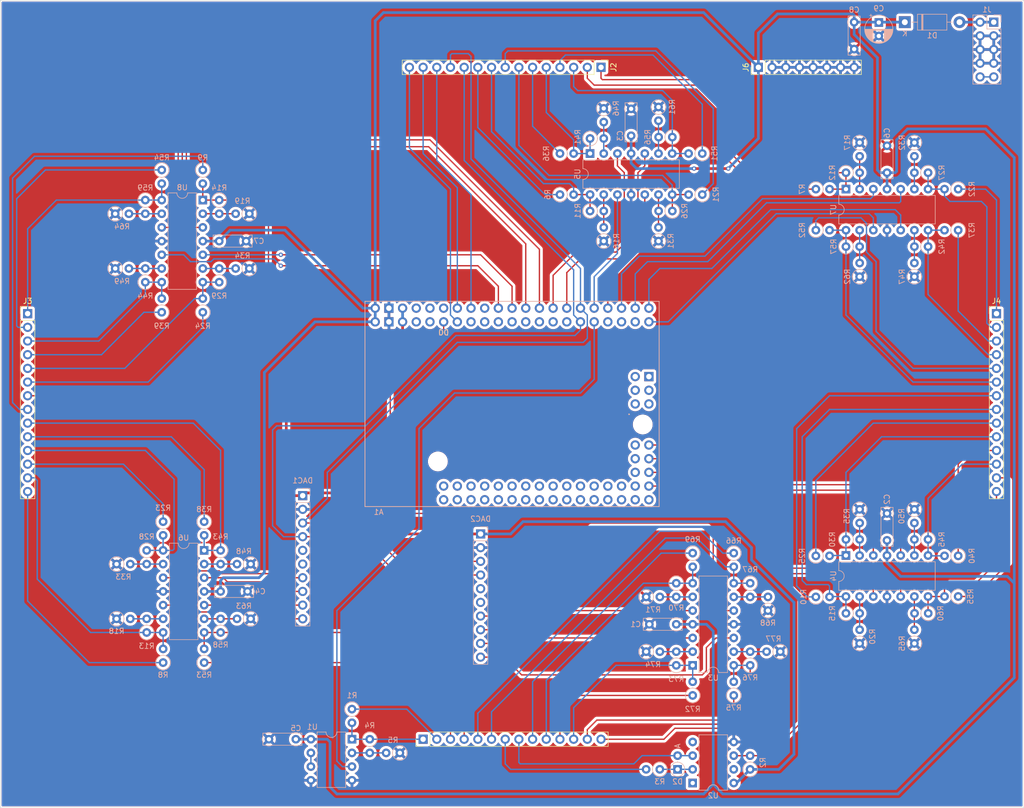
<source format=kicad_pcb>
(kicad_pcb (version 20221018) (generator pcbnew)
  (layers (0 "F.Cu" signal) (31 "B.Cu" signal) (34 "B.Paste" user) (35 "F.Paste" user) (36 "B.SilkS" user "B.Silkscreen") (37 "F.SilkS" user "F.Silkscreen") (38 "B.Mask" user) (39 "F.Mask" user) (44 "Edge.Cuts" user))
  (net 0 "")
  (net 1 "+12V")
  (net 2 "GND")
  (net 3 "MIDI5")
  (net 4 "+5V")
  (net 5 "SCL")
  (net 6 "SDA")
  (net 7 "DACA2")
  (net 8 "DACB2")
  (net 9 "DACC2")
  (net 10 "DACD2")
  (net 11 "DACA1")
  (net 12 "DACB1")
  (net 13 "DACC1")
  (net 14 "DACD1")
  (net 15 "OUT5LED")
  (net 16 "OUTPUT5")
  (net 17 "OUT4LED")
  (net 18 "OUTPUT4")
  (net 19 "OUT3LED")
  (net 20 "OUTPUT3")
  (net 21 "OUT2LED")
  (net 22 "OUTPUT2")
  (net 23 "OUT1LED")
  (net 24 "OUTPUT1")
  (net 25 "ENCSW")
  (net 26 "ENCB")
  (net 27 "ENCA")
  (net 28 "OUT12LED")
  (net 29 "OUTPUT12")
  (net 30 "OUT11LED")
  (net 31 "OUTPUT11")
  (net 32 "OUT10LED")
  (net 33 "OUTPUT10")
  (net 34 "OUT9LED")
  (net 35 "OUTPUT9")
  (net 36 "CC3LED")
  (net 37 "CC3")
  (net 38 "CC2LED")
  (net 39 "CC2")
  (net 40 "CC1LED")
  (net 41 "CC1")
  (net 42 "OUTPUT6")
  (net 43 "OUT6LED")
  (net 44 "OUTPUT7")
  (net 45 "OUT7LED")
  (net 46 "OUTPUT8")
  (net 47 "OUT8LED")
  (net 48 "OUTPUT13")
  (net 49 "OUT13LED")
  (net 50 "OUTPUT14")
  (net 51 "OUT14LED")
  (net 52 "OUTPUT15")
  (net 53 "OUT15LED")
  (net 54 "OUTPUT16")
  (net 55 "OUT16LED")
  (net 56 "CLKLED")
  (net 57 "CLKOUT")
  (net 58 "CC4")
  (net 59 "CC4LED")
  (net 60 "CC5")
  (net 61 "CC5LED")
  (net 62 "MIDI4")
  (net 63 "CC6")
  (net 64 "CC6LED")
  (net 65 "CC7")
  (net 66 "CC7LED")
  (net 67 "CC8")
  (net 68 "CC8LED")
  (net 69 "Net-(U1B--)")
  (net 70 "RX")
  (net 71 "Net-(U1A--)")
  (net 72 "Net-(U7A--)")
  (net 73 "Net-(U7B--)")
  (net 74 "Net-(U7C--)")
  (net 75 "Net-(U4A--)")
  (net 76 "Net-(U4B--)")
  (net 77 "Net-(U4C--)")
  (net 78 "Net-(U7D--)")
  (net 79 "Net-(U4D--)")
  (net 80 "Net-(U3A--)")
  (net 81 "Net-(U3B--)")
  (net 82 "Net-(U8A--)")
  (net 83 "Net-(U3C--)")
  (net 84 "Net-(U3D--)")
  (net 85 "Net-(U6A--)")
  (net 86 "Net-(U8B--)")
  (net 87 "Net-(U8C--)")
  (net 88 "Net-(U8D--)")
  (net 89 "OUT1")
  (net 90 "OUT2")
  (net 91 "OUT3")
  (net 92 "OUT4")
  (net 93 "OUT5")
  (net 94 "OUT6")
  (net 95 "OUT7")
  (net 96 "OUT8")
  (net 97 "OUT9")
  (net 98 "OUT10")
  (net 99 "OUT11")
  (net 100 "OUT12")
  (net 101 "CLK")
  (net 102 "Net-(U6B--)")
  (net 103 "OUT13")
  (net 104 "OUT14")
  (net 105 "OUT15")
  (net 106 "OUT16")
  (net 107 "Net-(J1-Pin_10)")
  (net 166 "Net-(D1-A)")
  (net 167 "Net-(D2-K)")
  (net 173 "Net-(U5D--)")
  (net 174 "Net-(U6C--)")
  (net 175 "Net-(U5C--)")
  (net 176 "Net-(U6D--)")
  (net 177 "Net-(U5A--)")
  (net 178 "Net-(U5B--)")
  (footprint "Connector_PinHeader_2.54mm:PinHeader_1x15_P2.54mm_Vertical" (layer "F.Cu") (at 141.986 119.126 -90)
    (fp_text reference "J2")
    (fp_text value "Conn_01x15")
  )
  (footprint "Connector_PinHeader_2.54mm:PinHeader_1x14_P2.54mm_Vertical" (layer "F.Cu") (at 108.966 243.84 90)
    (fp_text reference "J5" hide)
    (fp_text value "Conn_01x14")
  )
  (footprint "Connector_PinHeader_2.54mm:PinHeader_1x08_P2.54mm_Vertical" (layer "F.Cu") (at 171.196 119.126 90)
    (fp_text reference "J6")
    (fp_text value "Conn_01x08")
  )
  (footprint "Connector_PinHeader_2.54mm:PinHeader_1x14_P2.54mm_Vertical" (layer "F.Cu") (at 35.56 164.846)
    (fp_text reference "J3")
    (fp_text value "Conn_01x14")
  )
  (footprint "Connector_PinHeader_2.54mm:PinHeader_1x14_P2.54mm_Vertical" (layer "F.Cu") (at 215.392 164.846)
    (fp_text reference "J4")
    (fp_text value "Conn_01x14")
  )
  (footprint "Resistor_THT:R_Axial_DIN0207_L6.3mm_D2.5mm_P2.54mm_Vertical" (layer "B.Cu") (at 202.692 206.756 180)
    (fp_text reference "R45")
    (fp_text value "10K")
  )
  (footprint "Resistor_THT:R_Axial_DIN0207_L6.3mm_D2.5mm_P2.54mm_Vertical" (layer "B.Cu") (at 202.721 220.472 180)
    (fp_text reference "R60")
    (fp_text value "10K")
  )
  (footprint "Resistor_THT:R_Axial_DIN0207_L6.3mm_D2.5mm_P2.54mm_Vertical" (layer "B.Cu") (at 189.992 157.988 90)
    (fp_text reference "R62")
    (fp_text value "10K")
  )
  (footprint "Resistor_THT:R_Axial_DIN0207_L6.3mm_D2.5mm_P2.54mm_Vertical" (layer "B.Cu") (at 155.956 230.124 90)
    (fp_text reference "R73")
    (fp_text value "10K")
  )
  (footprint "Resistor_THT:R_Axial_DIN0207_L6.3mm_D2.5mm_P2.54mm_Vertical" (layer "B.Cu") (at 208.28 217.344 180)
    (fp_text reference "R55")
    (fp_text value "1K")
  )
  (footprint "Resistor_THT:R_Axial_DIN0207_L6.3mm_D2.5mm_P2.54mm_Vertical" (layer "B.Cu") (at 60.706 203.454 -90)
    (fp_text reference "R23")
    (fp_text value "1K")
  )
  (footprint "Resistor_THT:R_Axial_DIN0207_L6.3mm_D2.5mm_P2.54mm_Vertical" (layer "B.Cu") (at 181.864 149.352)
    (fp_text reference "R52")
    (fp_text value "1K")
  )
  (footprint "arduino-library:Clone_Mega2560_Pro_Socket" (layer "B.Cu") (at 98.171 200.66)
    (fp_text reference "A1")
    (fp_text value "Clone_Mega2560_Pro_Socket")
  )
  (footprint "Resistor_THT:R_Axial_DIN0207_L6.3mm_D2.5mm_P2.54mm_Vertical" (layer "B.Cu") (at 189.992 201.168 -90)
    (fp_text reference "R35")
    (fp_text value "10K")
  )
  (footprint "Package_DIP:DIP-8_W7.62mm" (layer "B.Cu") (at 95.758 243.84 180)
    (fp_text reference "U1")
    (fp_text value "TL072")
  )
  (footprint "Resistor_THT:R_Axial_DIN0207_L6.3mm_D2.5mm_P2.54mm_Vertical" (layer "B.Cu") (at 134.366 142.748)
    (fp_text reference "R6")
    (fp_text value "1K")
  )
  (footprint "Capacitor_THT:CP_Radial_D5.0mm_P2.50mm" (layer "B.Cu") (at 193.548 110.808887 -90)
    (fp_text reference "C9")
    (fp_text value "10uF")
  )
  (footprint "Resistor_THT:R_Axial_DIN0207_L6.3mm_D2.5mm_P2.54mm_Vertical" (layer "B.Cu") (at 71.12 159.004 90)
    (fp_text reference "R29")
    (fp_text value "10K")
  )
  (footprint "Capacitor_THT:C_Rect_L7.0mm_W2.0mm_P5.00mm" (layer "B.Cu") (at 195.072 206.93 90)
    (fp_text reference "C2")
    (fp_text value "0.1uF")
  )
  (footprint "Package_DIP:DIP-14_W7.62mm" (layer "B.Cu") (at 139.954 135.128 -90)
    (fp_text reference "U5")
    (fp_text value "TL074")
  )
  (footprint "Resistor_THT:R_Axial_DIN0207_L6.3mm_D2.5mm_P2.54mm_Vertical" (layer "B.Cu") (at 159.004 235.712 90)
    (fp_text reference "R72")
    (fp_text value "1K")
  )
  (footprint "Resistor_THT:R_Axial_DIN0207_L6.3mm_D2.5mm_P2.54mm_Vertical" (layer "B.Cu") (at 172.974 219.964 90)
    (fp_text reference "R68")
    (fp_text value "10K")
  )
  (footprint "Resistor_THT:R_Axial_DIN0207_L6.3mm_D2.5mm_P2.54mm_Vertical" (layer "B.Cu") (at 169.672 230.124 90)
    (fp_text reference "R76")
    (fp_text value "10K")
  )
  (footprint "Resistor_THT:R_Axial_DIN0207_L6.3mm_D2.5mm_P2.54mm_Vertical" (layer "B.Cu") (at 187.452 152.4)
    (fp_text reference "R57")
    (fp_text value "10K")
  )
  (footprint "Diode_THT:D_DO-35_SOD27_P2.54mm_Vertical_AnodeUp" (layer "B.Cu") (at 156.2 249.428 90)
    (fp_text reference "D2")
    (fp_text value "1N4148")
  )
  (footprint "Connector_PinHeader_2.54mm:PinHeader_1x10_P2.54mm_Vertical" (layer "B.Cu") (at 119.634 205.74 180)
    (fp_text reference "DAC2")
    (fp_text value "Conn_01x10")
  )
  (footprint "Resistor_THT:R_Axial_DIN0207_L6.3mm_D2.5mm_P2.54mm_Vertical" (layer "B.Cu") (at 208.28 209.804 180)
    (fp_text reference "R40")
    (fp_text value "1K")
  )
  (footprint "Resistor_THT:R_Axial_DIN0207_L6.3mm_D2.5mm_P2.54mm_Vertical" (layer "B.Cu") (at 169.672 214.884 -90)
    (fp_text reference "R67")
    (fp_text value "10K")
  )
  (footprint "Resistor_THT:R_Axial_DIN0207_L6.3mm_D2.5mm_P2.54mm_Vertical" (layer "B.Cu") (at 104.648 246.38 180)
    (fp_text reference "R5")
    (fp_text value "10K")
  )
  (footprint "Resistor_THT:R_Axial_DIN0207_L6.3mm_D2.5mm_P2.54mm_Vertical" (layer "B.Cu") (at 76.708 156.464 180)
    (fp_text reference "R34")
    (fp_text value "10K")
  )
  (footprint "Resistor_THT:R_Axial_DIN0207_L6.3mm_D2.5mm_P2.54mm_Vertical" (layer "B.Cu") (at 152.898 249.428 180)
    (fp_text reference "R3")
    (fp_text value "220R")
  )
  (footprint "Package_DIP:DIP-8_W7.62mm" (layer "B.Cu") (at 159.004 251.968)
    (fp_text reference "U2")
    (fp_text value "6N138")
  )
  (footprint "Resistor_THT:R_Axial_DIN0207_L6.3mm_D2.5mm_P2.54mm_Vertical" (layer "B.Cu") (at 150.368 217.424)
    (fp_text reference "R71")
    (fp_text value "10K")
  )
  (footprint "Resistor_THT:R_Axial_DIN0207_L6.3mm_D2.5mm_P2.54mm_Vertical" (layer "B.Cu") (at 202.692 138.684 180)
    (fp_text reference "R27")
    (fp_text value "10K")
  )
  (footprint "Resistor_THT:R_Axial_DIN0207_L6.3mm_D2.5mm_P2.54mm_Vertical" (layer "B.Cu") (at 142.494 126.746 -90)
    (fp_text reference "R46")
    (fp_text value "10K")
  )
  (footprint "Resistor_THT:R_Axial_DIN0207_L6.3mm_D2.5mm_P2.54mm_Vertical" (layer "B.Cu") (at 208.28 141.732 180)
    (fp_text reference "R22")
    (fp_text value "1K")
  )
  (footprint "Resistor_THT:R_Axial_DIN0207_L6.3mm_D2.5mm_P2.54mm_Vertical" (layer "B.Cu") (at 139.954 145.796)
    (fp_text reference "R11")
    (fp_text value "10K")
  )
  (footprint "Resistor_THT:R_Axial_DIN0207_L6.3mm_D2.5mm_P2.54mm_Vertical" (layer "B.Cu") (at 159.004 209.296 -90)
    (fp_text reference "R69")
    (fp_text value "1K")
  )
  (footprint "Resistor_THT:R_Axial_DIN0207_L6.3mm_D2.5mm_P2.54mm_Vertical" (layer "B.Cu") (at 68.326 229.616 90)
    (fp_text reference "R53")
    (fp_text value "1K")
  )
  (footprint "Capacitor_THT:C_Rect_L7.0mm_W2.0mm_P5.00mm" (layer "B.Cu") (at 188.976 110.744 -90)
    (fp_text reference "C8")
    (fp_text value "0.1uF")
  )
  (footprint "Resistor_THT:R_Axial_DIN0207_L6.3mm_D2.5mm_P2.54mm_Vertical" (layer "B.Cu") (at 208.28 149.352 180)
    (fp_text reference "R37")
    (fp_text value "1K")
  )
  (footprint "Resistor_THT:R_Axial_DIN0207_L6.3mm_D2.5mm_P2.54mm_Vertical" (layer "B.Cu") (at 52.07 221.488)
    (fp_text reference "R18")
    (fp_text value "10K")
  )
  (footprint "Capacitor_THT:C_Rect_L7.0mm_W2.0mm_P5.00mm" (layer "B.Cu") (at 195.072 138.684 90)
    (fp_text reference "C6")
    (fp_text value "0.1uF")
  )
  (footprint "Resistor_THT:R_Axial_DIN0207_L6.3mm_D2.5mm_P2.54mm_Vertical" (layer "B.Cu") (at 160.782 142.748 180)
    (fp_text reference "R21")
    (fp_text value "1K")
  )
  (footprint "Resistor_THT:R_Axial_DIN0207_L6.3mm_D2.5mm_P2.54mm_Vertical" (layer "B.Cu") (at 57.658 208.788 -90)
    (fp_text reference "R28")
    (fp_text value "10K")
  )
  (footprint "Resistor_THT:R_Axial_DIN0207_L6.3mm_D2.5mm_P2.54mm_Vertical" (layer "B.Cu") (at 200.152 226.06 90)
    (fp_text reference "R65")
    (fp_text value "10K")
  )
  (footprint "Resistor_THT:R_Axial_DIN0207_L6.3mm_D2.5mm_P2.54mm_Vertical" (layer "B.Cu") (at 166.624 235.712 90)
    (fp_text reference "R75")
    (fp_text value "1K")
  )
  (footprint "Resistor_THT:R_Axial_DIN0207_L6.3mm_D2.5mm_P2.54mm_Vertical" (layer "B.Cu") (at 51.816 156.464)
    (fp_text reference "R49")
    (fp_text value "10K")
  )
  (footprint "Resistor_THT:R_Axial_DIN0207_L6.3mm_D2.5mm_P2.54mm_Vertical" (layer "B.Cu") (at 189.992 226.06 90)
    (fp_text reference "R20")
    (fp_text value "10K")
  )
  (footprint "Resistor_THT:R_Axial_DIN0207_L6.3mm_D2.5mm_P2.54mm_Vertical" (layer "B.Cu") (at 60.452 138.176 -90)
    (fp_text reference "R54")
    (fp_text value "1K")
  )
  (footprint "Resistor_THT:R_Axial_DIN0207_L6.3mm_D2.5mm_P2.54mm_Vertical" (layer "B.Cu") (at 160.782 135.128 180)
    (fp_text reference "R51")
    (fp_text value "1K")
  )
  (footprint "Package_DIP:DIP-14_W7.62mm" (layer "B.Cu") (at 159.004 230.124)
    (fp_text reference "U3")
    (fp_text value "TL074")
  )
  (footprint "Resistor_THT:R_Axial_DIN0207_L6.3mm_D2.5mm_P2.54mm_Vertical" (layer "B.Cu") (at 181.864 209.804)
    (fp_text reference "R25")
    (fp_text value "1K")
  )
  (footprint "Resistor_THT:R_Axial_DIN0207_L6.3mm_D2.5mm_P2.54mm_Vertical" (layer "B.Cu") (at 57.404 143.764 -90)
    (fp_text reference "R59")
    (fp_text value "10K")
  )
  (footprint "Resistor_THT:R_Axial_DIN0207_L6.3mm_D2.5mm_P2.54mm_Vertical" (layer "B.Cu") (at 57.658 224.028 90)
    (fp_text reference "R13")
    (fp_text value "10K")
  )
  (footprint "Resistor_THT:R_Axial_DIN0207_L6.3mm_D2.5mm_P2.54mm_Vertical" (layer "B.Cu") (at 76.962 221.488 180)
    (fp_text reference "R63")
    (fp_text value "10K")
  )
  (footprint "Resistor_THT:R_Axial_DIN0207_L6.3mm_D2.5mm_P2.54mm_Vertical" (layer "B.Cu") (at 60.706 229.616 90)
    (fp_text reference "R8")
    (fp_text value "1K")
  )
  (footprint "Resistor_THT:R_Axial_DIN0207_L6.3mm_D2.5mm_P2.54mm_Vertical" (layer "B.Cu") (at 68.072 138.176 -90)
    (fp_text reference "R9")
    (fp_text value "1K")
  )
  (footprint "Resistor_THT:R_Axial_DIN0207_L6.3mm_D2.5mm_P2.54mm_Vertical" (layer "B.Cu") (at 189.992 133.096 -90)
    (fp_text reference "R17")
    (fp_text value "10K")
  )
  (footprint "Resistor_THT:R_Axial_DIN0207_L6.3mm_D2.5mm_P2.54mm_Vertical" (layer "B.Cu") (at 155.223 145.796 180)
    (fp_text reference "R26")
    (fp_text value "10K")
  )
  (footprint "Diode_THT:D_DO-41_SOD81_P10.16mm_Horizontal" (layer "B.Cu") (at 198.374 110.744)
    (fp_text reference "D1")
    (fp_text value "1N4001")
  )
  (footprint "Capacitor_THT:C_Rect_L7.0mm_W2.0mm_P5.00mm" (layer "B.Cu") (at 71.374 216.408)
    (fp_text reference "C4")
    (fp_text value "0.1uF")
  )
  (footprint "Resistor_THT:R_Axial_DIN0207_L6.3mm_D2.5mm_P2.54mm_Vertical" (layer "B.Cu") (at 166.624 209.296 -90)
    (fp_text reference "R66")
    (fp_text value "1K")
  )
  (footprint "Resistor_THT:R_Axial_DIN0207_L6.3mm_D2.5mm_P2.54mm_Vertical" (layer "B.Cu") (at 175.26 227.584 180)
    (fp_text reference "R77")
    (fp_text value "10K")
  )
  (footprint "Resistor_THT:R_Axial_DIN0207_L6.3mm_D2.5mm_P2.54mm_Vertical" (layer "B.Cu") (at 155.223 132.08 180)
    (fp_text reference "R56")
    (fp_text value "10K")
  )
  (footprint "Resistor_THT:R_Axial_DIN0207_L6.3mm_D2.5mm_P2.54mm_Vertical" (layer "B.Cu") (at 139.954 132.334)
    (fp_text reference "R41")
    (fp_text value "10K")
  )
  (footprint "Resistor_THT:R_Axial_DIN0207_L6.3mm_D2.5mm_P2.54mm_Vertical" (layer "B.Cu") (at 51.816 146.304)
    (fp_text reference "R64")
    (fp_text value "10K")
  )
  (footprint "Resistor_THT:R_Axial_DIN0207_L6.3mm_D2.5mm_P2.54mm_Vertical" (layer "B.Cu") (at 187.452 138.684)
    (fp_text reference "R12")
    (fp_text value "10K")
  )
  (footprint "Resistor_THT:R_Axial_DIN0207_L6.3mm_D2.5mm_P2.54mm_Vertical" (layer "B.Cu") (at 52.07 211.328)
    (fp_text reference "R33")
    (fp_text value "10K")
  )
  (footprint "Resistor_THT:R_Axial_DIN0207_L6.3mm_D2.5mm_P2.54mm_Vertical" (layer "B.Cu") (at 142.494 151.384 90)
    (fp_text reference "R16")
    (fp_text value "10K")
  )
  (footprint "Resistor_THT:R_Axial_DIN0207_L6.3mm_D2.5mm_P2.54mm_Vertical" (layer "B.Cu") (at 60.452 164.592 90)
    (fp_text reference "R39")
    (fp_text value "1K")
  )
  (footprint "Package_DIP:DIP-14_W7.62mm" (layer "B.Cu") (at 187.452 141.732 -90)
    (fp_text reference "U7")
    (fp_text value "TL074")
  )
  (footprint "Resistor_THT:R_Axial_DIN0207_L6.3mm_D2.5mm_P2.54mm_Vertical" (layer "B.Cu") (at 99.06 243.84 -90)
    (fp_text reference "R4")
    (fp_text value "10K")
  )
  (footprint "Resistor_THT:R_Axial_DIN0207_L6.3mm_D2.5mm_P2.54mm_Vertical" (layer "B.Cu") (at 57.404 159.004 90)
    (fp_text reference "R44")
    (fp_text value "10K")
  )
  (footprint "Resistor_THT:R_Axial_DIN0207_L6.3mm_D2.5mm_P2.54mm_Vertical" (layer "B.Cu") (at 76.708 146.304 180)
    (fp_text reference "R19")
    (fp_text value "10K")
  )
  (footprint "Capacitor_THT:C_Rect_L7.0mm_W2.0mm_P5.00mm" (layer "B.Cu") (at 155.956 222.504 180)
    (fp_text reference "C1")
    (fp_text value "0.1uF")
  )
  (footprint "Resistor_THT:R_Axial_DIN0207_L6.3mm_D2.5mm_P2.54mm_Vertical" (layer "B.Cu") (at 68.072 164.592 90)
    (fp_text reference "R24")
    (fp_text value "1K")
  )
  (footprint "Resistor_THT:R_Axial_DIN0207_L6.3mm_D2.5mm_P2.54mm_Vertical" (layer "B.Cu") (at 68.326 203.454 -90)
    (fp_text reference "R38")
    (fp_text value "1K")
  )
  (footprint "Package_DIP:DIP-14_W7.62mm" (layer "B.Cu") (at 187.447 209.734 -90)
    (fp_text reference "U4")
    (fp_text value "TL074")
  )
  (footprint "Resistor_THT:R_Axial_DIN0207_L6.3mm_D2.5mm_P2.54mm_Vertical" (layer "B.Cu") (at 134.366 135.128)
    (fp_text reference "R36")
    (fp_text value "1K")
  )
  (footprint "Resistor_THT:R_Axial_DIN0207_L6.3mm_D2.5mm_P2.54mm_Vertical" (layer "B.Cu") (at 150.368 227.584)
    (fp_text reference "R74")
    (fp_text value "10K")
  )
  (footprint "Resistor_THT:R_Axial_DIN0207_L6.3mm_D2.5mm_P2.54mm_Vertical" (layer "B.Cu") (at 181.864 141.732)
    (fp_text reference "R7")
    (fp_text value "1K")
  )
  (footprint "Capacitor_THT:C_Rect_L7.0mm_W2.0mm_P5.00mm" (layer "B.Cu") (at 147.574 131.826 90)
    (fp_text reference "C3")
    (fp_text value "0.1uF")
  )
  (footprint "Resistor_THT:R_Axial_DIN0207_L6.3mm_D2.5mm_P2.54mm_Vertical" (layer "B.Cu") (at 187.452 206.756)
    (fp_text reference "R30")
    (fp_text value "10K")
  )
  (footprint "Resistor_THT:R_Axial_DIN0207_L6.3mm_D2.5mm_P2.54mm_Vertical" (layer "B.Cu") (at 71.12 143.764 -90)
    (fp_text reference "R14")
    (fp_text value "10K")
  )
  (footprint "Connector_PinHeader_2.54mm:PinHeader_1x10_P2.54mm_Vertical" (layer "B.Cu") (at 86.614 198.628 180)
    (fp_text reference "DAC1")
    (fp_text value "Conn_01x10")
  )
  (footprint "Package_DIP:DIP-14_W7.62mm" (layer "B.Cu") (at 68.072 143.764 180)
    (fp_text reference "U8")
    (fp_text value "TL074")
  )
  (footprint "Resistor_THT:R_Axial_DIN0207_L6.3mm_D2.5mm_P2.54mm_Vertical" (layer "B.Cu") (at 187.452 220.472)
    (fp_text reference "R15")
    (fp_text value "10K")
  )
  (footprint "Resistor_THT:R_Axial_DIN0207_L6.3mm_D2.5mm_P2.54mm_Vertical" (layer "B.Cu") (at 71.374 224.028 90)
    (fp_text reference "R58")
    (fp_text value "10K")
  )
  (footprint "Resistor_THT:R_Axial_DIN0207_L6.3mm_D2.5mm_P2.54mm_Vertical" (layer "B.Cu") (at 200.152 133.096 -90)
    (fp_text reference "R32")
    (fp_text value "10K")
  )
  (footprint "Resistor_THT:R_Axial_DIN0207_L6.3mm_D2.5mm_P2.54mm_Vertical" (layer "B.Cu") (at 202.692 152.4 180)
    (fp_text reference "R42")
    (fp_text value "10K")
  )
  (footprint "Package_DIP:DIP-14_W7.62mm" (layer "B.Cu") (at 68.326 208.788 180)
    (fp_text reference "U6")
    (fp_text value "TL074")
  )
  (footprint "Resistor_THT:R_Axial_DIN0207_L6.3mm_D2.5mm_P2.54mm_Vertical" (layer "B.Cu") (at 200.152 201.168 -90)
    (fp_text reference "R50")
    (fp_text value "10K")
  )
  (footprint "Resistor_THT:R_Axial_DIN0207_L6.3mm_D2.5mm_P2.54mm_Vertical" (layer "B.Cu") (at 200.152 157.988 90)
    (fp_text reference "R47")
    (fp_text value "10K")
  )
  (footprint "Resistor_THT:R_Axial_DIN0207_L6.3mm_D2.5mm_P2.54mm_Vertical" (layer "B.Cu") (at 95.758 238.252 -90)
    (fp_text reference "R1")
    (fp_text value "1K")
  )
  (footprint "Resistor_THT:R_Axial_DIN0207_L6.3mm_D2.5mm_P2.54mm_Vertical" (layer "B.Cu") (at 181.864 217.424)
    (fp_text reference "R10")
    (fp_text value "1K")
  )
  (footprint "Capacitor_THT:C_Rect_L7.0mm_W2.0mm_P5.00mm" (layer "B.Cu") (at 71.12 151.384)
    (fp_text reference "C7")
    (fp_text value "0.1uF")
  )
  (footprint "Resistor_THT:R_Axial_DIN0207_L6.3mm_D2.5mm_P2.54mm_Vertical" (layer "B.Cu") (at 155.956 214.884 -90)
    (fp_text reference "R70")
    (fp_text value "10K")
  )
  (footprint "Resistor_THT:R_Axial_DIN0207_L6.3mm_D2.5mm_P2.54mm_Vertical" (layer "B.Cu") (at 152.654 126.492 -90)
    (fp_text reference "R61")
    (fp_text value "10K")
  )
  (footprint "Resistor_THT:R_Axial_DIN0207_L6.3mm_D2.5mm_P2.54mm_Vertical" (layer "B.Cu") (at 152.654 151.384 90)
    (fp_text reference "R31")
    (fp_text value "10K")
  )
  (footprint "Capacitor_THT:C_Rect_L7.0mm_W2.0mm_P5.00mm" (layer "B.Cu") (at 85.344 243.84 180)
    (fp_text reference "C5")
    (fp_text value "0.1uF")
  )
  (footprint "Resistor_THT:R_Axial_DIN0207_L6.3mm_D2.5mm_P2.54mm_Vertical" (layer "B.Cu") (at 71.374 208.788 -90)
    (fp_text reference "R43")
    (fp_text value "10K")
  )
  (footprint "Resistor_THT:R_Axial_DIN0207_L6.3mm_D2.5mm_P2.54mm_Vertical" (layer "B.Cu") (at 76.962 211.328 180)
    (fp_text reference "R48")
    (fp_text value "10K")
  )
  (footprint "Connector_PinHeader_2.54mm:PinHeader_2x05_P2.54mm_Vertical" (layer "B.Cu") (at 214.884 110.744 180)
    (fp_text reference "J1")
    (fp_text value "Conn_01x10")
  )
  (footprint "Resistor_THT:R_Axial_DIN0207_L6.3mm_D2.5mm_P2.54mm_Vertical" (layer "B.Cu") (at 169.662 249.438 90)
    (fp_text reference "R2")
    (fp_text value "270R")
  )
  (gr_line (start 220.472 106.68) (end 30.48 106.68) (stroke (width 0.1)) (layer "Edge.Cuts"))
  (gr_line (start 30.48 106.68) (end 30.48 256.54) (stroke (width 0.1)) (layer "Edge.Cuts"))
  (gr_line (start 220.472 256.54) (end 220.472 106.68) (stroke (width 0.1)) (layer "Edge.Cuts"))
  (gr_line (start 30.48 256.54) (end 220.472 256.54) (stroke (width 0.1)) (layer "Edge.Cuts"))
  (segment (start 165.608 137.922) (end 159.258 137.922) (width 0.5) (layer "F.Cu") (net 1))
  (via (at 165.608 137.922) (size 0.8) (drill 0.4) (layers "F.Cu" "B.Cu") (net 1))
  (via (at 159.258 137.922) (size 0.8) (drill 0.4) (layers "F.Cu" "B.Cu") (net 1))
  (segment (start 147.574 136.906) (end 148.59 137.922) (width 0.5) (layer "B.Cu") (net 1))
  (segment (start 100.076 163.83) (end 97.79 163.83) (width 0.5) (layer "B.Cu") (net 1))
  (segment (start 71.882 213.868) (end 78.486 213.868) (width 0.5) (layer "B.Cu") (net 1))
  (segment (start 100.076 110.49) (end 101.6 108.966) (width 0.5) (layer "B.Cu") (net 1))
  (segment (start 196.85 132.588) (end 196.85 138.43) (width 0.5) (layer "B.Cu") (net 1))
  (segment (start 218.694 232.41) (end 218.694 214.884) (width 0.5) (layer "B.Cu") (net 1))
  (segment (start 71.374 214.376) (end 71.882 213.868) (width 0.5) (layer "B.Cu") (net 1))
  (segment (start 162.814 252.222) (end 164.592 254) (width 0.5) (layer "B.Cu") (net 1))
  (segment (start 91.186 243.84) (end 91.694 244.348) (width 0.5) (layer "B.Cu") (net 1))
  (segment (start 171.196 112.776) (end 174.752 109.22) (width 0.5) (layer "B.Cu") (net 1))
  (segment (start 91.694 252.73) (end 92.964 254) (width 0.5) (layer "B.Cu") (net 1))
  (segment (start 195.067 206.935) (end 195.072 206.93) (width 0.5) (layer "B.Cu") (net 1))
  (segment (start 71.374 216.408) (end 71.374 214.376) (width 0.5) (layer "B.Cu") (net 1))
  (segment (start 88.138 243.84) (end 91.186 243.84) (width 0.5) (layer "B.Cu") (net 1))
  (segment (start 91.694 244.348) (end 91.694 252.73) (width 0.5) (layer "B.Cu") (net 1))
  (segment (start 161.036 108.966) (end 171.196 119.126) (width 0.5) (layer "B.Cu") (net 1))
  (segment (start 196.596 138.684) (end 195.072 138.684) (width 0.5) (layer "B.Cu") (net 1))
  (segment (start 188.976 110.744) (end 188.976 113.03) (width 0.5) (layer "B.Cu") (net 1))
  (segment (start 198.882 130.556) (end 196.85 132.588) (width 0.5) (layer "B.Cu") (net 1))
  (segment (start 171.196 132.334) (end 165.608 137.922) (width 0.5) (layer "B.Cu") (net 1))
  (segment (start 188.976 109.474) (end 188.976 110.744) (width 0.5) (layer "B.Cu") (net 1))
  (segment (start 196.85 138.43) (end 196.596 138.684) (width 0.5) (layer "B.Cu") (net 1))
  (segment (start 213.36 130.556) (end 198.882 130.556) (width 0.5) (layer "B.Cu") (net 1))
  (segment (start 217.424 213.614) (end 218.694 214.884) (width 0.5) (layer "B.Cu") (net 1))
  (segment (start 171.196 119.126) (end 171.196 112.776) (width 0.5) (layer "B.Cu") (net 1))
  (segment (start 68.326 216.408) (end 71.374 216.408) (width 0.5) (layer "B.Cu") (net 1))
  (segment (start 197.104 254) (end 218.694 232.41) (width 0.5) (layer "B.Cu") (net 1))
  (segment (start 164.592 254) (end 197.104 254) (width 0.5) (layer "B.Cu") (net 1))
  (segment (start 73.152 149.352) (end 71.12 151.384) (width 0.5) (layer "B.Cu") (net 1))
  (segment (start 193.294 138.176) (end 193.802 138.684) (width 0.5) (layer "B.Cu") (net 1))
  (segment (start 147.574 135.128) (end 147.574 136.906) (width 0.5) (layer "B.Cu") (net 1))
  (segment (start 155.956 222.504) (end 159.004 222.504) (width 0.5) (layer "B.Cu") (net 1))
  (segment (start 188.976 113.03) (end 193.294 117.348) (width 0.5) (layer "B.Cu") (net 1))
  (segment (start 174.752 109.22) (end 188.722 109.22) (width 0.5) (layer "B.Cu") (net 1))
  (segment (start 78.486 213.868) (end 79.502 212.852) (width 0.5) (layer "B.Cu") (net 1))
  (segment (start 148.59 137.922) (end 159.258 137.922) (width 0.5) (layer "B.Cu") (net 1))
  (segment (start 101.6 108.966) (end 161.036 108.966) (width 0.5) (layer "B.Cu") (net 1))
  (segment (start 193.294 117.348) (end 193.294 138.176) (width 0.5) (layer "B.Cu") (net 1))
  (segment (start 197.612 213.614) (end 217.424 213.614) (width 0.5) (layer "B.Cu") (net 1))
  (segment (start 92.964 254) (end 161.036 254) (width 0.5) (layer "B.Cu") (net 1))
  (segment (start 88.9 166.37) (end 100.076 166.37) (width 0.5) (layer "B.Cu") (net 1))
  (segment (start 195.072 209.729) (end 195.067 209.734) (width 0.5) (layer "B.Cu") (net 1))
  (segment (start 218.694 135.89) (end 213.36 130.556) (width 0.5) (layer "B.Cu") (net 1))
  (segment (start 71.12 151.384) (end 68.072 151.384) (width 0.5) (layer "B.Cu") (net 1))
  (segment (start 159.004 222.504) (end 161.544 222.504) (width 0.5) (layer "B.Cu") (net 1))
  (segment (start 79.502 175.768) (end 88.9 166.37) (width 0.5) (layer "B.Cu") (net 1))
  (segment (start 161.036 254) (end 162.814 252.222) (width 0.5) (layer "B.Cu") (net 1))
  (segment (start 195.067 209.734) (end 195.067 206.935) (width 0.5) (layer "B.Cu") (net 1))
  (segment (start 198.374 110.744) (end 188.976 110.744) (width 0.5) (layer "B.Cu") (net 1))
  (segment (start 218.694 214.884) (end 218.694 135.89) (width 0.5) (layer "B.Cu") (net 1))
  (segment (start 83.312 149.352) (end 73.152 149.352) (width 0.5) (layer "B.Cu") (net 1))
  (segment (start 188.722 109.22) (end 188.976 109.474) (width 0.5) (layer "B.Cu") (net 1))
  (segment (start 161.544 222.504) (end 162.814 223.774) (width 0.5) (layer "B.Cu") (net 1))
  (segment (start 162.814 223.774) (end 162.814 252.222) (width 0.5) (layer "B.Cu") (net 1))
  (segment (start 88.138 243.84) (end 85.344 243.84) (width 0.5) (layer "B.Cu") (net 1))
  (segment (start 195.072 141.732) (end 195.072 138.684) (width 0.5) (layer "B.Cu") (net 1))
  (segment (start 171.196 119.126) (end 171.196 132.334) (width 0.5) (layer "B.Cu") (net 1))
  (segment (start 195.067 209.734) (end 195.067 211.069) (width 0.5) (layer "B.Cu") (net 1))
  (segment (start 100.076 166.37) (end 100.076 110.49) (width 0.5) (layer "B.Cu") (net 1))
  (segment (start 193.802 138.684) (end 195.072 138.684) (width 0.5) (layer "B.Cu") (net 1))
  (segment (start 79.502 212.852) (end 79.502 175.768) (width 0.5) (layer "B.Cu") (net 1))
  (segment (start 195.067 211.069) (end 197.612 213.614) (width 0.5) (layer "B.Cu") (net 1))
  (segment (start 147.574 131.826) (end 147.574 135.128) (width 0.5) (layer "B.Cu") (net 1))
  (segment (start 97.79 163.83) (end 83.312 149.352) (width 0.5) (layer "B.Cu") (net 1))
  (segment (start 156.2 246.888) (end 149.606 246.888) (width 0.25) (layer "B.Cu") (net 3))
  (segment (start 156.21 246.878) (end 156.2 246.888) (width 0.25) (layer "B.Cu") (net 3))
  (segment (start 148.082 248.412) (end 127 248.412) (width 0.25) (layer "B.Cu") (net 3))
  (segment (start 127 248.412) (end 126.746 248.158) (width 0.25) (layer "B.Cu") (net 3))
  (segment (start 126.746 248.158) (end 126.746 243.84) (width 0.25) (layer "B.Cu") (net 3))
  (segment (start 159.004 246.888) (end 156.2 246.888) (width 0.25) (layer "B.Cu") (net 3))
  (segment (start 149.606 246.888) (end 148.082 248.412) (width 0.25) (layer "B.Cu") (net 3))
  (segment (start 103.378 170.18) (end 105.156 168.402) (width 0.5) (layer "F.Cu") (net 4))
  (segment (start 97.282 198.12) (end 86.614 198.12) (width 0.5) (layer "F.Cu") (net 4))
  (segment (start 86.614 198.628) (end 84.836 198.628) (width 0.5) (layer "F.Cu") (net 4))
  (segment (start 119.634 205.74) (end 104.902 205.74) (width 0.5) (layer "F.Cu") (net 4))
  (segment (start 83.566 174.244) (end 87.63 170.18) (width 0.5) (layer "F.Cu") (net 4))
  (segment (start 87.63 170.18) (end 103.378 170.18) (width 0.5) (layer "F.Cu") (net 4))
  (segment (start 84.836 198.628) (end 83.566 197.358) (width 0.5) (layer "F.Cu") (net 4))
  (segment (start 105.156 168.402) (end 105.156 166.37) (width 0.5) (layer "F.Cu") (net 4))
  (segment (start 104.902 205.74) (end 97.282 198.12) (width 0.5) (layer "F.Cu") (net 4))
  (segment (start 83.566 197.358) (end 83.566 174.244) (width 0.5) (layer "F.Cu") (net 4))
  (segment (start 167.132 251.968) (end 169.662 249.438) (width 0.5) (layer "B.Cu") (net 4))
  (segment (start 177.8 218.44) (end 177.8 246.634) (width 0.5) (layer "B.Cu") (net 4))
  (segment (start 125.222 205.74) (end 127.508 203.454) (width 0.5) (layer "B.Cu") (net 4))
  (segment (start 119.634 205.74) (end 125.222 205.74) (width 0.5) (layer "B.Cu") (net 4))
  (segment (start 169.926 210.566) (end 177.8 218.44) (width 0.5) (layer "B.Cu") (net 4))
  (segment (start 177.8 246.634) (end 174.996 249.438) (width 0.5) (layer "B.Cu") (net 4))
  (segment (start 169.926 208.28) (end 169.926 210.566) (width 0.5) (layer "B.Cu") (net 4))
  (segment (start 166.624 251.968) (end 167.132 251.968) (width 0.5) (layer "B.Cu") (net 4))
  (segment (start 105.156 166.37) (end 105.156 163.83) (width 0.5) (layer "B.Cu") (net 4))
  (segment (start 165.1 203.454) (end 169.926 208.28) (width 0.5) (layer "B.Cu") (net 4))
  (segment (start 174.996 249.438) (end 169.662 249.438) (width 0.5) (layer "B.Cu") (net 4))
  (segment (start 127.508 203.454) (end 165.1 203.454) (width 0.5) (layer "B.Cu") (net 4))
  (segment (start 104.394 210.82) (end 119.634 210.82) (width 0.25) (layer "F.Cu") (net 5))
  (segment (start 97.282 203.708) (end 104.394 210.82) (width 0.25) (layer "F.Cu") (net 5))
  (segment (start 86.614 203.708) (end 97.282 203.708) (width 0.25) (layer "F.Cu") (net 5))
  (segment (start 138.176 163.83) (end 139.446 165.1) (width 0.25) (layer "B.Cu") (net 5))
  (segment (start 117.856 136.144) (end 117.856 117.094) (width 0.25) (layer "B.Cu") (net 5))
  (segment (start 138.684 170.18) (end 115.316 170.18) (width 0.25) (layer "B.Cu") (net 5))
  (segment (start 117.856 117.094) (end 117.348 116.586) (width 0.25) (layer "B.Cu") (net 5))
  (segment (start 117.348 116.586) (end 114.3 116.586) (width 0.25) (layer "B.Cu") (net 5))
  (segment (start 114.046 116.84) (end 114.046 119.126) (width 0.25) (layer "B.Cu") (net 5))
  (segment (start 139.446 165.1) (end 139.446 169.418) (width 0.25) (layer "B.Cu") (net 5))
  (segment (start 139.446 169.418) (end 138.684 170.18) (width 0.25) (layer "B.Cu") (net 5))
  (segment (start 138.176 163.83) (end 138.176 156.464) (width 0.25) (layer "B.Cu") (net 5))
  (segment (start 91.186 194.31) (end 91.186 199.136) (width 0.25) (layer "B.Cu") (net 5))
  (segment (start 115.316 170.18) (end 91.186 194.31) (width 0.25) (layer "B.Cu") (net 5))
  (segment (start 114.3 116.586) (end 114.046 116.84) (width 0.25) (layer "B.Cu") (net 5))
  (segment (start 91.186 199.136) (end 86.614 203.708) (width 0.25) (layer "B.Cu") (net 5))
  (segment (start 138.176 156.464) (end 117.856 136.144) (width 0.25) (layer "B.Cu") (net 5))
  (segment (start 86.614 206.248) (end 97.282 206.248) (width 0.25) (layer "F.Cu") (net 6))
  (segment (start 104.394 213.36) (end 119.634 213.36) (width 0.25) (layer "F.Cu") (net 6))
  (segment (start 97.282 206.248) (end 104.394 213.36) (width 0.25) (layer "F.Cu") (net 6))
  (segment (start 137.16 168.91) (end 138.176 167.894) (width 0.25) (layer "B.Cu") (net 6))
  (segment (start 83.058 206.248) (end 81.026 204.216) (width 0.25) (layer "B.Cu") (net 6))
  (segment (start 138.176 166.37) (end 136.906 165.1) (width 0.25) (layer "B.Cu") (net 6))
  (segment (start 98.298 185.674) (end 115.062 168.91) (width 0.25) (layer "B.Cu") (net 6))
  (segment (start 138.176 167.894) (end 138.176 166.37) (width 0.25) (layer "B.Cu") (net 6))
  (segment (start 81.026 186.436) (end 81.788 185.674) (width 0.25) (layer "B.Cu") (net 6))
  (segment (start 81.026 204.216) (end 81.026 186.436) (width 0.25) (layer "B.Cu") (net 6))
  (segment (start 86.614 206.248) (end 83.058 206.248) (width 0.25) (layer "B.Cu") (net 6))
  (segment (start 115.062 168.91) (end 137.16 168.91) (width 0.25) (layer "B.Cu") (net 6))
  (segment (start 136.906 165.1) (end 136.906 156.718) (width 0.25) (layer "B.Cu") (net 6))
  (segment (start 81.788 185.674) (end 98.298 185.674) (width 0.25) (layer "B.Cu") (net 6))
  (segment (start 136.906 156.718) (end 116.586 136.398) (width 0.25) (layer "B.Cu") (net 6))
  (segment (start 116.586 136.398) (end 116.586 119.126) (width 0.25) (layer "B.Cu") (net 6))
  (segment (start 140.208 204.47) (end 123.698 220.98) (width 0.25) (layer "F.Cu") (net 7))
  (segment (start 164.084 219.964) (end 162.814 218.694) (width 0.25) (layer "F.Cu") (net 7))
  (segment (start 162.814 205.486) (end 161.798 204.47) (width 0.25) (layer "F.Cu") (net 7))
  (segment (start 162.814 218.694) (end 162.814 205.486) (width 0.25) (layer "F.Cu") (net 7))
  (segment (start 123.698 220.98) (end 119.634 220.98) (width 0.25) (layer "F.Cu") (net 7))
  (segment (start 161.798 204.47) (end 140.208 204.47) (width 0.25) (layer "F.Cu") (net 7))
  (segment (start 166.624 219.964) (end 164.084 219.964) (width 0.25) (layer "F.Cu") (net 7))
  (segment (start 127.254 219.964) (end 123.698 223.52) (width 0.25) (layer "F.Cu") (net 8))
  (segment (start 123.698 223.52) (end 119.634 223.52) (width 0.25) (layer "F.Cu") (net 8))
  (segment (start 159.004 219.964) (end 127.254 219.964) (width 0.25) (layer "F.Cu") (net 8))
  (segment (start 159.004 225.044) (end 124.968 225.044) (width 0.25) (layer "F.Cu") (net 9))
  (segment (start 123.952 226.06) (end 119.634 226.06) (width 0.25) (layer "F.Cu") (net 9))
  (segment (start 124.968 225.044) (end 123.952 226.06) (width 0.25) (layer "F.Cu") (net 9))
  (segment (start 166.624 225.044) (end 163.322 225.044) (width 0.25) (layer "F.Cu") (net 10))
  (segment (start 123.952 228.6) (end 119.634 228.6) (width 0.25) (layer "F.Cu") (net 10))
  (segment (start 163.322 225.044) (end 161.544 226.822) (width 0.25) (layer "F.Cu") (net 10))
  (segment (start 161.544 226.822) (end 161.544 231.14) (width 0.25) (layer "F.Cu") (net 10))
  (segment (start 127.254 231.902) (end 123.952 228.6) (width 0.25) (layer "F.Cu") (net 10))
  (segment (start 160.782 231.902) (end 127.254 231.902) (width 0.25) (layer "F.Cu") (net 10))
  (segment (start 161.544 231.14) (end 160.782 231.902) (width 0.25) (layer "F.Cu") (net 10))
  (segment (start 64.262 213.868) (end 65.532 212.598) (width 0.25) (layer "F.Cu") (net 11))
  (segment (start 84.836 213.868) (end 86.614 213.868) (width 0.25) (layer "F.Cu") (net 11))
  (segment (start 60.706 213.868) (end 64.262 213.868) (width 0.25) (layer "F.Cu") (net 11))
  (segment (start 84.074 213.106) (end 84.836 213.868) (width 0.25) (layer "F.Cu") (net 11))
  (segment (start 71.628 213.106) (end 84.074 213.106) (width 0.25) (layer "F.Cu") (net 11))
  (segment (start 65.532 212.598) (end 71.12 212.598) (width 0.25) (layer "F.Cu") (net 11))
  (segment (start 71.12 212.598) (end 71.628 213.106) (width 0.25) (layer "F.Cu") (net 11))
  (segment (start 72.644 214.63) (end 82.296 214.63) (width 0.25) (layer "F.Cu") (net 12))
  (segment (start 71.882 213.868) (end 72.644 214.63) (width 0.25) (layer "F.Cu") (net 12))
  (segment (start 84.074 216.408) (end 86.614 216.408) (width 0.25) (layer "F.Cu") (net 12))
  (segment (start 82.296 214.63) (end 84.074 216.408) (width 0.25) (layer "F.Cu") (net 12))
  (segment (start 68.326 213.868) (end 71.882 213.868) (width 0.25) (layer "F.Cu") (net 12))
  (segment (start 86.614 218.948) (end 68.326 218.948) (width 0.25) (layer "F.Cu") (net 13))
  (segment (start 71.12 219.964) (end 70.866 220.218) (width 0.25) (layer "F.Cu") (net 14))
  (segment (start 62.484 218.948) (end 60.706 218.948) (width 0.25) (layer "F.Cu") (net 14))
  (segment (start 63.754 220.218) (end 62.484 218.948) (width 0.25) (layer "F.Cu") (net 14))
  (segment (start 70.866 220.218) (end 63.754 220.218) (width 0.25) (layer "F.Cu") (net 14))
  (segment (start 83.566 219.964) (end 71.12 219.964) (width 0.25) (layer "F.Cu") (net 14))
  (segment (start 85.09 221.488) (end 83.566 219.964) (width 0.25) (layer "F.Cu") (net 14))
  (segment (start 86.614 221.488) (end 85.09 221.488) (width 0.25) (layer "F.Cu") (net 14))
  (segment (start 184.404 141.732) (end 187.452 141.732) (width 0.25) (layer "F.Cu") (net 15))
  (segment (start 169.672 138.684) (end 165.608 134.62) (width 0.25) (layer "F.Cu") (net 15))
  (segment (start 161.036 121.412) (end 142.24 121.412) (width 0.25) (layer "F.Cu") (net 15))
  (segment (start 142.24 121.412) (end 141.986 121.158) (width 0.25) (layer "F.Cu") (net 15))
  (segment (start 187.452 141.732) (end 187.452 138.684) (width 0.25) (layer "F.Cu") (net 15))
  (segment (start 165.608 134.62) (end 165.608 125.984) (width 0.25) (layer "F.Cu") (net 15))
  (segment (start 141.986 121.158) (end 141.986 119.126) (width 0.25) (layer "F.Cu") (net 15))
  (segment (start 165.608 125.984) (end 161.036 121.412) (width 0.25) (layer "F.Cu") (net 15))
  (segment (start 187.452 138.684) (end 169.672 138.684) (width 0.25) (layer "F.Cu") (net 15))
  (segment (start 170.942 141.732) (end 181.864 141.732) (width 0.25) (layer "F.Cu") (net 16))
  (segment (start 164.338 135.128) (end 170.942 141.732) (width 0.25) (layer "F.Cu") (net 16))
  (segment (start 140.716 122.428) (end 160.02 122.428) (width 0.25) (layer "F.Cu") (net 16))
  (segment (start 139.446 119.126) (end 139.446 121.158) (width 0.25) (layer "F.Cu") (net 16))
  (segment (start 139.446 121.158) (end 140.716 122.428) (width 0.25) (layer "F.Cu") (net 16))
  (segment (start 160.02 122.428) (end 164.338 126.746) (width 0.25) (layer "F.Cu") (net 16))
  (segment (start 164.338 126.746) (end 164.338 135.128) (width 0.25) (layer "F.Cu") (net 16))
  (segment (start 136.906 122.682) (end 137.668 123.444) (width 0.25) (layer "B.Cu") (net 17))
  (segment (start 155.223 135.099) (end 155.194 135.128) (width 0.25) (layer "B.Cu") (net 17))
  (segment (start 137.668 123.444) (end 153.416 123.444) (width 0.25) (layer "B.Cu") (net 17))
  (segment (start 155.223 125.251) (end 155.223 132.08) (width 0.25) (layer "B.Cu") (net 17))
  (segment (start 136.906 119.126) (end 136.906 122.682) (width 0.25) (layer "B.Cu") (net 17))
  (segment (start 153.416 123.444) (end 155.223 125.251) (width 0.25) (layer "B.Cu") (net 17))
  (segment (start 155.223 132.08) (end 155.223 135.099) (width 0.25) (layer "B.Cu") (net 17))
  (segment (start 158.242 135.128) (end 155.194 135.128) (width 0.25) (layer "B.Cu") (net 17))
  (segment (start 135.382 116.84) (end 134.366 117.856) (width 0.25) (layer "B.Cu") (net 18))
  (segment (start 160.782 125.984) (end 151.638 116.84) (width 0.25) (layer "B.Cu") (net 18))
  (segment (start 151.638 116.84) (end 135.382 116.84) (width 0.25) (layer "B.Cu") (net 18))
  (segment (start 134.366 117.856) (end 134.366 119.126) (width 0.25) (layer "B.Cu") (net 18))
  (segment (start 160.782 135.128) (end 160.782 125.984) (width 0.25) (layer "B.Cu") (net 18))
  (segment (start 131.826 119.126) (end 131.826 127.508) (width 0.25) (layer "B.Cu") (net 19))
  (segment (start 136.906 135.128) (end 139.954 135.128) (width 0.25) (layer "B.Cu") (net 19))
  (segment (start 136.906 132.588) (end 136.906 135.128) (width 0.25) (layer "B.Cu") (net 19))
  (segment (start 139.954 132.334) (end 139.954 135.128) (width 0.25) (layer "B.Cu") (net 19))
  (segment (start 131.826 127.508) (end 136.906 132.588) (width 0.25) (layer "B.Cu") (net 19))
  (segment (start 139.925 135.099) (end 139.954 135.128) (width 0.25) (layer "B.Cu") (net 19))
  (segment (start 129.286 130.048) (end 134.366 135.128) (width 0.25) (layer "B.Cu") (net 20))
  (segment (start 129.286 119.126) (end 129.286 130.048) (width 0.25) (layer "B.Cu") (net 20))
  (segment (start 158.242 142.748) (end 155.194 142.748) (width 0.25) (layer "F.Cu") (net 21))
  (segment (start 155.223 145.796) (end 155.223 142.777) (width 0.25) (layer "F.Cu") (net 21))
  (segment (start 132.334 139.192) (end 153.416 139.192) (width 0.25) (layer "B.Cu") (net 21))
  (segment (start 126.746 133.604) (end 132.334 139.192) (width 0.25) (layer "B.Cu") (net 21))
  (segment (start 155.194 140.97) (end 155.194 142.748) (width 0.25) (layer "B.Cu") (net 21))
  (segment (start 126.746 119.126) (end 126.746 133.604) (width 0.25) (layer "B.Cu") (net 21))
  (segment (start 155.223 142.777) (end 155.194 142.748) (width 0.25) (layer "B.Cu") (net 21))
  (segment (start 153.416 139.192) (end 155.194 140.97) (width 0.25) (layer "B.Cu") (net 21))
  (segment (start 124.714 116.078) (end 124.206 116.586) (width 0.25) (layer "B.Cu") (net 22))
  (segment (start 162.814 126.746) (end 152.146 116.078) (width 0.25) (layer "B.Cu") (net 22))
  (segment (start 162.814 140.716) (end 162.814 126.746) (width 0.25) (layer "B.Cu") (net 22))
  (segment (start 124.206 116.586) (end 124.206 119.126) (width 0.25) (layer "B.Cu") (net 22))
  (segment (start 152.146 116.078) (end 124.714 116.078) (width 0.25) (layer "B.Cu") (net 22))
  (segment (start 160.782 142.748) (end 162.814 140.716) (width 0.25) (layer "B.Cu") (net 22))
  (segment (start 139.954 142.748) (end 136.906 142.748) (width 0.25) (layer "F.Cu") (net 23))
  (segment (start 139.954 142.748) (end 139.954 145.796) (width 0.25) (layer "F.Cu") (net 23))
  (segment (start 136.144 140.716) (end 136.906 141.478) (width 0.25) (layer "B.Cu") (net 23))
  (segment (start 131.318 140.716) (end 136.144 140.716) (width 0.25) (layer "B.Cu") (net 23))
  (segment (start 121.666 131.064) (end 131.318 140.716) (width 0.25) (layer "B.Cu") (net 23))
  (segment (start 136.906 141.478) (end 136.906 142.748) (width 0.25) (layer "B.Cu") (net 23))
  (segment (start 121.666 119.126) (end 121.666 131.064) (width 0.25) (layer "B.Cu") (net 23))
  (segment (start 131.572 142.748) (end 134.366 142.748) (width 0.25) (layer "B.Cu") (net 24))
  (segment (start 119.126 130.302) (end 131.572 142.748) (width 0.25) (layer "B.Cu") (net 24))
  (segment (start 119.126 119.126) (end 119.126 130.302) (width 0.25) (layer "B.Cu") (net 24))
  (segment (start 111.506 136.398) (end 117.856 142.748) (width 0.25) (layer "B.Cu") (net 25))
  (segment (start 117.856 142.748) (end 117.856 163.83) (width 0.25) (layer "B.Cu") (net 25))
  (segment (start 111.506 119.126) (end 111.506 136.398) (width 0.25) (layer "B.Cu") (net 25))
  (segment (start 108.966 135.128) (end 108.966 119.126) (width 0.25) (layer "B.Cu") (net 26))
  (segment (start 115.316 141.478) (end 108.966 135.128) (width 0.25) (layer "B.Cu") (net 26))
  (segment (start 115.316 163.83) (end 115.316 141.478) (width 0.25) (layer "B.Cu") (net 26))
  (segment (start 115.316 166.37) (end 114.046 165.1) (width 0.25) (layer "B.Cu") (net 27))
  (segment (start 114.046 141.732) (end 106.426 134.112) (width 0.25) (layer "B.Cu") (net 27))
  (segment (start 114.046 165.1) (end 114.046 141.732) (width 0.25) (layer "B.Cu") (net 27))
  (segment (start 106.426 134.112) (end 106.426 119.126) (width 0.25) (layer "B.Cu") (net 27))
  (segment (start 35.56 164.846) (end 35.56 149.098) (width 0.25) (layer "B.Cu") (net 28))
  (segment (start 40.894 143.764) (end 57.404 143.764) (width 0.25) (layer "B.Cu") (net 28))
  (segment (start 60.452 140.716) (end 60.452 143.764) (width 0.25) (layer "B.Cu") (net 28))
  (segment (start 60.452 143.764) (end 57.404 143.764) (width 0.25) (layer "B.Cu") (net 28))
  (segment (start 35.56 149.098) (end 40.894 143.764) (width 0.25) (layer "B.Cu") (net 28))
  (segment (start 33.528 167.132) (end 33.528 143.51) (width 0.25) (layer "B.Cu") (net 29))
  (segment (start 33.782 167.386) (end 33.528 167.132) (width 0.25) (layer "B.Cu") (net 29))
  (segment (start 33.528 143.51) (end 33.655 143.383) (width 0.25) (layer "B.Cu") (net 29))
  (segment (start 60.452 138.176) (end 38.862 138.176) (width 0.25) (layer "B.Cu") (net 29))
  (segment (start 35.56 167.386) (end 33.782 167.386) (width 0.25) (layer "B.Cu") (net 29))
  (segment (start 38.862 138.176) (end 33.655 143.383) (width 0.25) (layer "B.Cu") (net 29))
  (segment (start 57.404 159.004) (end 60.452 159.004) (width 0.25) (layer "B.Cu") (net 30))
  (segment (start 35.56 169.926) (end 48.768 169.926) (width 0.25) (layer "B.Cu") (net 30))
  (segment (start 60.452 159.004) (end 60.452 162.052) (width 0.25) (layer "B.Cu") (net 30))
  (segment (start 57.404 161.29) (end 57.404 159.004) (width 0.25) (layer "B.Cu") (net 30))
  (segment (start 48.768 169.926) (end 57.404 161.29) (width 0.25) (layer "B.Cu") (net 30))
  (segment (start 49.276 172.466) (end 57.15 164.592) (width 0.25) (layer "B.Cu") (net 31))
  (segment (start 57.15 164.592) (end 60.452 164.592) (width 0.25) (layer "B.Cu") (net 31))
  (segment (start 35.56 172.466) (end 49.276 172.466) (width 0.25) (layer "B.Cu") (net 31))
  (segment (start 53.594 175.006) (end 66.548 162.052) (width 0.25) (layer "B.Cu") (net 32))
  (segment (start 68.072 159.004) (end 71.12 159.004) (width 0.25) (layer "B.Cu") (net 32))
  (segment (start 66.548 162.052) (end 68.072 162.052) (width 0.25) (layer "B.Cu") (net 32))
  (segment (start 68.072 159.004) (end 68.072 162.052) (width 0.25) (layer "B.Cu") (net 32))
  (segment (start 35.56 175.006) (end 53.594 175.006) (width 0.25) (layer "B.Cu") (net 32))
  (segment (start 68.072 167.386) (end 68.072 164.592) (width 0.25) (layer "B.Cu") (net 33))
  (segment (start 35.56 177.546) (end 57.912 177.546) (width 0.25) (layer "B.Cu") (net 33))
  (segment (start 57.912 177.546) (end 68.072 167.386) (width 0.25) (layer "B.Cu") (net 33))
  (segment (start 80.264 145.542) (end 78.486 143.764) (width 0.25) (layer "F.Cu") (net 34))
  (segment (start 68.072 143.764) (end 71.12 143.764) (width 0.25) (layer "F.Cu") (net 34))
  (segment (start 80.264 165.1) (end 80.264 145.542) (width 0.25) (layer "F.Cu") (net 34))
  (segment (start 35.56 180.086) (end 65.278 180.086) (width 0.25) (layer "F.Cu") (net 34))
  (segment (start 65.278 180.086) (end 80.264 165.1) (width 0.25) (layer "F.Cu") (net 34))
  (segment (start 68.072 143.764) (end 68.072 140.716) (width 0.25) (layer "F.Cu") (net 34))
  (segment (start 78.486 143.764) (end 71.12 143.764) (width 0.25) (layer "F.Cu") (net 34))
  (segment (start 36.83 135.636) (end 32.766 139.7) (width 0.25) (layer "B.Cu") (net 35))
  (segment (start 67.31 135.636) (end 36.83 135.636) (width 0.25) (layer "B.Cu") (net 35))
  (segment (start 34.036 182.626) (end 35.56 182.626) (width 0.25) (layer "B.Cu") (net 35))
  (segment (start 68.072 138.176) (end 68.072 136.398) (width 0.25) (layer "B.Cu") (net 35))
  (segment (start 68.072 136.398) (end 67.31 135.636) (width 0.25) (layer "B.Cu") (net 35))
  (segment (start 32.766 181.356) (end 34.036 182.626) (width 0.25) (layer "B.Cu") (net 35))
  (segment (start 32.766 139.7) (end 32.766 181.356) (width 0.25) (layer "B.Cu") (net 35))
  (segment (start 71.374 190.246) (end 71.374 208.788) (width 0.25) (layer "B.Cu") (net 36))
  (segment (start 66.294 185.166) (end 71.374 190.246) (width 0.25) (layer "B.Cu") (net 36))
  (segment (start 71.374 208.788) (end 68.326 208.788) (width 0.25) (layer "B.Cu") (net 36))
  (segment (start 68.355 208.759) (end 68.326 208.788) (width 0.25) (layer "B.Cu") (net 36))
  (segment (start 68.326 205.994) (end 68.326 208.788) (width 0.25) (layer "B.Cu") (net 36))
  (segment (start 35.56 185.166) (end 66.294 185.166) (width 0.25) (layer "B.Cu") (net 36))
  (segment (start 68.326 203.454) (end 68.326 193.802) (width 0.25) (layer "B.Cu") (net 37))
  (segment (start 62.23 187.706) (end 35.56 187.706) (width 0.25) (layer "B.Cu") (net 37))
  (segment (start 68.326 193.802) (end 62.23 187.706) (width 0.25) (layer "B.Cu") (net 37))
  (segment (start 57.404 190.246) (end 62.738 195.58) (width 0.25) (layer "B.Cu") (net 38))
  (segment (start 62.738 195.58) (end 62.738 208.534) (width 0.25) (layer "B.Cu") (net 38))
  (segment (start 35.56 190.246) (end 57.404 190.246) (width 0.25) (layer "B.Cu") (net 38))
  (segment (start 60.706 208.788) (end 57.658 208.788) (width 0.25) (layer "B.Cu") (net 38))
  (segment (start 62.738 208.534) (end 62.484 208.788) (width 0.25) (layer "B.Cu") (net 38))
  (segment (start 60.706 208.788) (end 60.706 205.994) (width 0.25) (layer "B.Cu") (net 38))
  (segment (start 62.484 208.788) (end 60.706 208.788) (width 0.25) (layer "B.Cu") (net 38))
  (segment (start 53.34 192.786) (end 60.706 200.152) (width 0.25) (layer "B.Cu") (net 39))
  (segment (start 60.706 200.152) (end 60.706 203.454) (width 0.25) (layer "B.Cu") (net 39))
  (segment (start 35.56 192.786) (end 53.34 192.786) (width 0.25) (layer "B.Cu") (net 39))
  (segment (start 47.244 224.028) (end 57.658 224.028) (width 0.25) (layer "B.Cu") (net 40))
  (segment (start 60.706 227.076) (end 60.706 224.028) (width 0.25) (layer "B.Cu") (net 40))
  (segment (start 35.56 195.326) (end 36.83 195.326) (width 0.25) (layer "B.Cu") (net 40))
  (segment (start 37.338 195.834) (end 37.338 214.122) (width 0.25) (layer "B.Cu") (net 40))
  (segment (start 36.83 195.326) (end 37.338 195.834) (width 0.25) (layer "B.Cu") (net 40))
  (segment (start 57.658 224.028) (end 60.706 224.028) (width 0.25) (layer "B.Cu") (net 40))
  (segment (start 37.338 214.122) (end 47.244 224.028) (width 0.25) (layer "B.Cu") (net 40))
  (segment (start 35.56 218.186) (end 46.99 229.616) (width 0.25) (layer "B.Cu") (net 41))
  (segment (start 35.56 197.866) (end 35.56 218.186) (width 0.25) (layer "B.Cu") (net 41))
  (segment (start 46.99 229.616) (end 60.706 229.616) (width 0.25) (layer "B.Cu") (net 41))
  (segment (start 215.392 164.846) (end 215.392 143.764) (width 0.25) (layer "B.Cu") (net 42))
  (segment (start 213.36 141.732) (end 208.28 141.732) (width 0.25) (layer "B.Cu") (net 42))
  (segment (start 215.392 143.764) (end 213.36 141.732) (width 0.25) (layer "B.Cu") (net 42))
  (segment (start 213.614 145.034) (end 212.598 144.018) (width 0.25) (layer "B.Cu") (net 43))
  (segment (start 205.74 143.002) (end 205.74 141.732) (width 0.25) (layer "B.Cu") (net 43))
  (segment (start 202.692 141.732) (end 205.74 141.732) (width 0.25) (layer "B.Cu") (net 43))
  (segment (start 213.614 166.624) (end 213.614 145.034) (width 0.25) (layer "B.Cu") (net 43))
  (segment (start 214.376 167.386) (end 213.614 166.624) (width 0.25) (layer "B.Cu") (net 43))
  (segment (start 202.692 141.732) (end 202.692 138.684) (width 0.25) (layer "B.Cu") (net 43))
  (segment (start 206.756 144.018) (end 205.74 143.002) (width 0.25) (layer "B.Cu") (net 43))
  (segment (start 212.598 144.018) (end 206.756 144.018) (width 0.25) (layer "B.Cu") (net 43))
  (segment (start 215.392 167.386) (end 214.376 167.386) (width 0.25) (layer "B.Cu") (net 43))
  (segment (start 208.28 149.352) (end 208.28 164.338) (width 0.25) (layer "B.Cu") (net 44))
  (segment (start 213.868 169.926) (end 215.392 169.926) (width 0.25) (layer "B.Cu") (net 44))
  (segment (start 208.28 164.338) (end 213.868 169.926) (width 0.25) (layer "B.Cu") (net 44))
  (segment (start 202.692 149.352) (end 205.74 149.352) (width 0.25) (layer "B.Cu") (net 45))
  (segment (start 202.692 152.4) (end 202.692 161.29) (width 0.25) (layer "B.Cu") (net 45))
  (segment (start 202.692 152.4) (end 202.692 149.352) (width 0.25) (layer "B.Cu") (net 45))
  (segment (start 202.692 161.29) (end 213.868 172.466) (width 0.25) (layer "B.Cu") (net 45))
  (segment (start 213.868 172.466) (end 215.392 172.466) (width 0.25) (layer "B.Cu") (net 45))
  (segment (start 191.262 148.082) (end 191.262 153.416) (width 0.25) (layer "B.Cu") (net 46))
  (segment (start 181.864 149.352) (end 181.864 147.574) (width 0.25) (layer "B.Cu") (net 46))
  (segment (start 190.246 147.066) (end 191.262 148.082) (width 0.25) (layer "B.Cu") (net 46))
  (segment (start 191.262 153.416) (end 193.04 155.194) (width 0.25) (layer "B.Cu") (net 46))
  (segment (start 193.04 168.148) (end 199.898 175.006) (width 0.25) (layer "B.Cu") (net 46))
  (segment (start 193.04 155.194) (end 193.04 168.148) (width 0.25) (layer "B.Cu") (net 46))
  (segment (start 181.864 147.574) (end 182.372 147.066) (width 0.25) (layer "B.Cu") (net 46))
  (segment (start 182.372 147.066) (end 190.246 147.066) (width 0.25) (layer "B.Cu") (net 46))
  (segment (start 199.898 175.006) (end 215.392 175.006) (width 0.25) (layer "B.Cu") (net 46))
  (segment (start 187.452 165.1) (end 199.898 177.546) (width 0.25) (layer "B.Cu") (net 47))
  (segment (start 199.898 177.546) (end 215.392 177.546) (width 0.25) (layer "B.Cu") (net 47))
  (segment (start 187.452 152.4) (end 187.452 165.1) (width 0.25) (layer "B.Cu") (net 47))
  (segment (start 187.452 149.352) (end 187.452 152.4) (width 0.25) (layer "B.Cu") (net 47))
  (segment (start 184.404 149.352) (end 187.452 149.352) (width 0.25) (layer "B.Cu") (net 47))
  (segment (start 184.404 180.086) (end 215.392 180.086) (width 0.25) (layer "B.Cu") (net 48))
  (segment (start 181.864 217.424) (end 180.34 217.424) (width 0.25) (layer "B.Cu") (net 48))
  (segment (start 180.34 217.424) (end 178.308 215.392) (width 0.25) (layer "B.Cu") (net 48))
  (segment (start 178.308 215.392) (end 178.308 186.182) (width 0.25) (layer "B.Cu") (net 48))
  (segment (start 178.308 186.182) (end 184.404 180.086) (width 0.25) (layer "B.Cu") (net 48))
  (segment (start 184.404 215.392) (end 184.404 217.424) (width 0.25) (layer "B.Cu") (net 49))
  (segment (start 179.324 214.376) (end 180.086 215.138) (width 0.25) (layer "B.Cu") (net 49))
  (segment (start 187.437 217.344) (end 187.447 217.354) (width 0.25) (layer "B.Cu") (net 49))
  (segment (start 184.15 215.138) (end 184.404 215.392) (width 0.25) (layer "B.Cu") (net 49))
  (segment (start 187.447 220.467) (end 187.452 220.472) (width 0.25) (layer "B.Cu") (net 49))
  (segment (start 187.447 217.354) (end 187.447 220.467) (width 0.25) (layer "B.Cu") (net 49))
  (segment (start 187.377 217.424) (end 187.447 217.354) (width 0.25) (layer "B.Cu") (net 49))
  (segment (start 184.404 182.626) (end 179.324 187.706) (width 0.25) (layer "B.Cu") (net 49))
  (segment (start 180.086 215.138) (end 184.15 215.138) (width 0.25) (layer "B.Cu") (net 49))
  (segment (start 184.474 217.354) (end 184.404 217.424) (width 0.25) (layer "B.Cu") (net 49))
  (segment (start 215.392 182.626) (end 184.404 182.626) (width 0.25) (layer "B.Cu") (net 49))
  (segment (start 179.324 187.706) (end 179.324 214.376) (width 0.25) (layer "B.Cu") (net 49))
  (segment (start 187.447 217.354) (end 184.474 217.354) (width 0.25) (layer "B.Cu") (net 49))
  (segment (start 192.532 185.166) (end 215.392 185.166) (width 0.25) (layer "B.Cu") (net 50))
  (segment (start 181.864 195.834) (end 192.532 185.166) (width 0.25) (layer "B.Cu") (net 50))
  (segment (start 181.864 209.804) (end 181.864 195.834) (width 0.25) (layer "B.Cu") (net 50))
  (segment (start 187.447 206.761) (end 187.452 206.756) (width 0.25) (layer "B.Cu") (net 51))
  (segment (start 194.056 187.706) (end 187.452 194.31) (width 0.25) (layer "B.Cu") (net 51))
  (segment (start 187.447 209.734) (end 187.447 206.761) (width 0.25) (layer "B.Cu") (net 51))
  (segment (start 184.474 209.734) (end 184.404 209.804) (width 0.25) (layer "B.Cu") (net 51))
  (segment (start 187.452 194.31) (end 187.452 206.756) (width 0.25) (layer "B.Cu") (net 51))
  (segment (start 187.452 209.729) (end 187.447 209.734) (width 0.25) (layer "B.Cu") (net 51))
  (segment (start 187.447 209.734) (end 184.474 209.734) (width 0.25) (layer "B.Cu") (net 51))
  (segment (start 215.392 187.706) (end 194.056 187.706) (width 0.25) (layer "B.Cu") (net 51))
  (segment (start 208.28 209.804) (end 208.28 192.786) (width 0.25) (layer "F.Cu") (net 52))
  (segment (start 208.28 192.786) (end 210.82 190.246) (width 0.25) (layer "F.Cu") (net 52))
  (segment (start 210.82 190.246) (end 215.392 190.246) (width 0.25) (layer "F.Cu") (net 52))
  (segment (start 202.757 209.804) (end 202.687 209.734) (width 0.25) (layer "B.Cu") (net 53))
  (segment (start 202.692 199.136) (end 209.042 192.786) (width 0.25) (layer "B.Cu") (net 53))
  (segment (start 205.74 209.804) (end 202.757 209.804) (width 0.25) (layer "B.Cu") (net 53))
  (segment (start 209.042 192.786) (end 215.392 192.786) (width 0.25) (layer "B.Cu") (net 53))
  (segment (start 202.692 209.729) (end 202.687 209.734) (width 0.25) (layer "B.Cu") (net 53))
  (segment (start 202.692 206.756) (end 202.692 199.136) (width 0.25) (layer "B.Cu") (net 53))
  (segment (start 202.692 206.756) (end 202.692 209.729) (width 0.25) (layer "B.Cu") (net 53))
  (segment (start 211.408 217.344) (end 217.678 211.074) (width 0.25) (layer "F.Cu") (net 54))
  (segment (start 208.28 217.344) (end 211.408 217.344) (width 0.25) (layer "F.Cu") (net 54))
  (segment (start 217.17 195.326) (end 217.678 195.834) (width 0.25) (layer "F.Cu") (net 54))
  (segment (start 217.678 195.834) (end 217.678 211.074) (width 0.25) (layer "F.Cu") (net 54))
  (segment (start 215.392 195.326) (end 217.17 195.326) (width 0.25) (layer "F.Cu") (net 54))
  (segment (start 202.687 217.354) (end 202.687 220.438) (width 0.25) (layer "F.Cu") (net 55))
  (segment (start 211.582 214.884) (end 215.392 211.074) (width 0.25) (layer "F.Cu") (net 55))
  (segment (start 205.74 215.9) (end 206.756 214.884) (width 0.25) (layer "F.Cu") (net 55))
  (segment (start 202.687 217.354) (end 205.73 217.354) (width 0.25) (layer "F.Cu") (net 55))
  (segment (start 205.74 217.344) (end 205.74 215.9) (width 0.25) (layer "F.Cu") (net 55))
  (segment (start 215.392 211.074) (end 215.392 197.866) (width 0.25) (layer "F.Cu") (net 55))
  (segment (start 206.756 214.884) (end 211.582 214.884) (width 0.25) (layer "F.Cu") (net 55))
  (segment (start 205.73 217.354) (end 205.74 217.344) (width 0.25) (layer "B.Cu") (net 55))
  (segment (start 202.687 220.438) (end 202.721 220.472) (width 0.25) (layer "B.Cu") (net 55))
  (segment (start 202.687 220.387) (end 202.692 220.392) (width 0.25) (layer "B.Cu") (net 55))
  (segment (start 108.966 243.84) (end 99.06 243.84) (width 0.25) (layer "B.Cu") (net 56))
  (segment (start 99.06 243.84) (end 95.758 243.84) (width 0.25) (layer "B.Cu") (net 56))
  (segment (start 95.758 240.792) (end 95.758 243.84) (width 0.25) (layer "B.Cu") (net 56))
  (segment (start 111.506 243.84) (end 105.918 238.252) (width 0.25) (layer "B.Cu") (net 57))
  (segment (start 105.918 238.252) (end 95.758 238.252) (width 0.25) (layer "B.Cu") (net 57))
  (segment (start 105.41 229.616) (end 114.046 238.252) (width 0.25) (layer "F.Cu") (net 58))
  (segment (start 114.046 238.252) (end 114.046 243.84) (width 0.25) (layer "F.Cu") (net 58))
  (segment (start 68.326 229.616) (end 105.41 229.616) (width 0.25) (layer "F.Cu") (net 58))
  (segment (start 71.374 224.028) (end 68.326 224.028) (width 0.25) (layer "F.Cu") (net 59))
  (segment (start 71.374 224.028) (end 102.362 224.028) (width 0.25) (layer "F.Cu") (net 59))
  (segment (start 68.326 227.076) (end 68.326 224.028) (width 0.25) (layer "F.Cu") (net 59))
  (segment (start 102.362 224.028) (end 116.586 238.252) (width 0.25) (layer "F.Cu") (net 59))
  (segment (start 116.586 238.252) (end 116.586 243.84) (width 0.25) (layer "F.Cu") (net 59))
  (segment (start 164.592 209.296) (end 166.624 209.296) (width 0.25) (layer "B.Cu") (net 60))
  (segment (start 152.908 205.232) (end 160.528 205.232) (width 0.25) (layer "B.Cu") (net 60))
  (segment (start 160.528 205.232) (end 164.592 209.296) (width 0.25) (layer "B.Cu") (net 60))
  (segment (start 119.126 243.84) (end 119.126 239.014) (width 0.25) (layer "B.Cu") (net 60))
  (segment (start 119.126 239.014) (end 152.908 205.232) (width 0.25) (layer "B.Cu") (net 60))
  (segment (start 153.924 206.502) (end 159.766 206.502) (width 0.25) (layer "B.Cu") (net 61))
  (segment (start 121.666 243.84) (end 121.666 238.76) (width 0.25) (layer "B.Cu") (net 61))
  (segment (start 165.1 211.836) (end 166.624 211.836) (width 0.25) (layer "B.Cu") (net 61))
  (segment (start 166.624 211.836) (end 166.624 214.884) (width 0.25) (layer "B.Cu") (net 61))
  (segment (start 159.766 206.502) (end 165.1 211.836) (width 0.25) (layer "B.Cu") (net 61))
  (segment (start 169.672 214.884) (end 166.624 214.884) (width 0.25) (layer "B.Cu") (net 61))
  (segment (start 121.666 238.76) (end 153.924 206.502) (width 0.25) (layer "B.Cu") (net 61))
  (segment (start 124.206 248.412) (end 124.206 243.84) (width 0.25) (layer "B.Cu") (net 62))
  (segment (start 150.358 249.428) (end 125.222 249.428) (width 0.25) (layer "B.Cu") (net 62))
  (segment (start 125.222 249.428) (end 124.206 248.412) (width 0.25) (layer "B.Cu") (net 62))
  (segment (start 153.162 209.296) (end 159.004 209.296) (width 0.25) (layer "B.Cu") (net 63))
  (segment (start 129.286 243.84) (end 129.286 233.172) (width 0.25) (layer "B.Cu") (net 63))
  (segment (start 129.286 233.172) (end 153.162 209.296) (width 0.25) (layer "B.Cu") (net 63))
  (segment (start 149.86 214.884) (end 155.956 214.884) (width 0.25) (layer "B.Cu") (net 64))
  (segment (start 131.826 232.918) (end 149.86 214.884) (width 0.25) (layer "B.Cu") (net 64))
  (segment (start 159.004 214.884) (end 155.956 214.884) (width 0.25) (layer "B.Cu") (net 64))
  (segment (start 159.004 214.884) (end 159.004 211.836) (width 0.25) (layer "B.Cu") (net 64))
  (segment (start 131.826 243.84) (end 131.826 232.918) (width 0.25) (layer "B.Cu") (net 64))
  (segment (start 134.366 238.252) (end 134.366 243.84) (width 0.25) (layer "F.Cu") (net 65))
  (segment (start 159.004 235.712) (end 136.906 235.712) (width 0.25) (layer "F.Cu") (net 65))
  (segment (start 136.906 235.712) (end 134.366 238.252) (width 0.25) (layer "F.Cu") (net 65))
  (segment (start 159.004 230.124) (end 159.004 233.172) (width 0.25) (layer "B.Cu") (net 66))
  (segment (start 144.78 230.124) (end 136.906 237.998) (width 0.25) (layer "B.Cu") (net 66))
  (segment (start 155.956 230.124) (end 144.78 230.124) (width 0.25) (layer "B.Cu") (net 66))
  (segment (start 136.906 237.998) (end 136.906 243.84) (width 0.25) (layer "B.Cu") (net 66))
  (segment (start 155.956 230.124) (end 159.004 230.124) (width 0.25) (layer "B.Cu") (net 66))
  (segment (start 166.624 239.014) (end 165.354 240.284) (width 0.25) (layer "F.Cu") (net 67))
  (segment (start 166.624 235.712) (end 166.624 239.014) (width 0.25) (layer "F.Cu") (net 67))
  (segment (start 165.354 240.284) (end 141.224 240.284) (width 0.25) (layer "F.Cu") (net 67))
  (segment (start 141.224 240.284) (end 139.446 242.062) (width 0.25) (layer "F.Cu") (net 67))
  (segment (start 139.446 242.062) (end 139.446 243.84) (width 0.25) (layer "F.Cu") (net 67))
  (segment (start 169.672 238.252) (end 169.672 230.124) (width 0.25) (layer "F.Cu") (net 68))
  (segment (start 141.986 243.84) (end 153.67 243.84) (width 0.25) (layer "F.Cu") (net 68))
  (segment (start 166.116 241.808) (end 169.672 238.252) (width 0.25) (layer "F.Cu") (net 68))
  (segment (start 153.67 243.84) (end 155.702 241.808) (width 0.25) (layer "F.Cu") (net 68))
  (segment (start 155.702 241.808) (end 166.116 241.808) (width 0.25) (layer "F.Cu") (net 68))
  (segment (start 166.624 230.124) (end 169.672 230.124) (width 0.25) (layer "B.Cu") (net 68))
  (segment (start 166.624 233.172) (end 166.624 230.124) (width 0.25) (layer "B.Cu") (net 68))
  (segment (start 88.138 246.38) (end 88.138 248.92) (width 0.25) (layer "B.Cu") (net 69))
  (segment (start 104.902 201.93) (end 166.37 201.93) (width 0.25) (layer "F.Cu") (net 70))
  (segment (start 169.662 246.898) (end 166.634 246.898) (width 0.25) (layer "F.Cu") (net 70))
  (segment (start 166.37 201.93) (end 171.45 207.01) (width 0.25) (layer "F.Cu") (net 70))
  (segment (start 112.776 169.164) (end 102.87 179.07) (width 0.25) (layer "F.Cu") (net 70))
  (segment (start 102.87 179.07) (end 102.87 199.898) (width 0.25) (layer "F.Cu") (net 70))
  (segment (start 112.776 166.37) (end 112.776 169.164) (width 0.25) (layer "F.Cu") (net 70))
  (segment (start 171.45 210.058) (end 179.07 217.678) (width 0.25) (layer "F.Cu") (net 70))
  (segment (start 171.45 207.01) (end 171.45 210.058) (width 0.25) (layer "F.Cu") (net 70))
  (segment (start 172.964 246.898) (end 169.662 246.898) (width 0.25) (layer "F.Cu") (net 70))
  (segment (start 179.07 217.678) (end 179.07 240.792) (width 0.25) (layer "F.Cu") (net 70))
  (segment (start 179.07 240.792) (end 172.964 246.898) (width 0.25) (layer "F.Cu") (net 70))
  (segment (start 102.87 199.898) (end 104.902 201.93) (width 0.25) (layer "F.Cu") (net 70))
  (segment (start 166.634 246.898) (end 166.624 246.888) (width 0.25) (layer "B.Cu") (net 70))
  (segment (start 99.06 246.38) (end 95.758 246.38) (width 0.25) (layer "B.Cu") (net 71))
  (segment (start 102.108 246.38) (end 99.06 246.38) (width 0.25) (layer "B.Cu") (net 71))
  (segment (start 189.992 141.732) (end 189.992 135.636) (width 0.25) (layer "F.Cu") (net 72))
  (segment (start 200.152 141.732) (end 200.152 135.636) (width 0.25) (layer "B.Cu") (net 73))
  (segment (start 200.152 149.352) (end 200.152 155.448) (width 0.25) (layer "B.Cu") (net 74))
  (segment (start 189.987 203.713) (end 189.992 203.708) (width 0.25) (layer "B.Cu") (net 75))
  (segment (start 189.992 209.729) (end 189.987 209.734) (width 0.25) (layer "B.Cu") (net 75))
  (segment (start 189.987 209.734) (end 189.987 203.713) (width 0.25) (layer "B.Cu") (net 75))
  (segment (start 200.152 209.729) (end 200.147 209.734) (width 0.25) (layer "B.Cu") (net 76))
  (segment (start 200.152 203.708) (end 200.152 209.729) (width 0.25) (layer "B.Cu") (net 76))
  (segment (start 200.147 217.354) (end 200.147 223.515) (width 0.25) (layer "F.Cu") (net 77))
  (segment (start 200.147 223.515) (end 200.152 223.52) (width 0.25) (layer "B.Cu") (net 77))
  (segment (start 189.992 149.352) (end 189.992 155.448) (width 0.25) (layer "B.Cu") (net 78))
  (segment (start 189.987 217.354) (end 189.987 223.515) (width 0.25) (layer "B.Cu") (net 79))
  (segment (start 189.987 223.515) (end 189.992 223.52) (width 0.25) (layer "B.Cu") (net 79))
  (segment (start 189.992 217.359) (end 189.987 217.354) (width 0.25) (layer "B.Cu") (net 79))
  (segment (start 159.004 227.584) (end 152.908 227.584) (width 0.25) (layer "B.Cu") (net 80))
  (segment (start 159.004 217.424) (end 152.908 217.424) (width 0.25) (layer "B.Cu") (net 81))
  (segment (start 68.072 146.304) (end 74.168 146.304) (width 0.25) (layer "F.Cu") (net 82))
  (segment (start 166.624 217.424) (end 172.72 217.424) (width 0.25) (layer "B.Cu") (net 83))
  (segment (start 166.624 227.584) (end 172.72 227.584) (width 0.25) (layer "B.Cu") (net 84))
  (segment (start 68.326 211.328) (end 74.422 211.328) (width 0.25) (layer "B.Cu") (net 85))
  (segment (start 74.168 156.464) (end 68.072 156.464) (width 0.25) (layer "B.Cu") (net 86))
  (segment (start 60.452 156.464) (end 54.356 156.464) (width 0.25) (layer "B.Cu") (net 87))
  (segment (start 60.452 146.304) (end 54.356 146.304) (width 0.25) (layer "B.Cu") (net 88))
  (segment (start 145.034 142.748) (end 145.034 153.67) (width 0.25) (layer "B.Cu") (net 89))
  (segment (start 145.034 153.67) (end 140.716 157.988) (width 0.25) (layer "B.Cu") (net 89))
  (segment (start 140.716 157.988) (end 140.716 163.83) (width 0.25) (layer "B.Cu") (net 89))
  (segment (start 150.114 151.638) (end 150.114 142.748) (width 0.25) (layer "F.Cu") (net 90))
  (segment (start 143.256 163.83) (end 143.256 158.496) (width 0.25) (layer "F.Cu") (net 90))
  (segment (start 143.256 158.496) (end 150.114 151.638) (width 0.25) (layer "F.Cu") (net 90))
  (segment (start 146.304 151.892) (end 144.78 153.416) (width 0.25) (layer "F.Cu") (net 91))
  (segment (start 145.034 137.414) (end 146.304 138.684) (width 0.25) (layer "F.Cu") (net 91))
  (segment (start 137.414 153.416) (end 133.096 157.734) (width 0.25) (layer "F.Cu") (net 91))
  (segment (start 133.096 157.734) (end 133.096 163.83) (width 0.25) (layer "F.Cu") (net 91))
  (segment (start 145.034 135.128) (end 145.034 137.414) (width 0.25) (layer "F.Cu") (net 91))
  (segment (start 144.78 153.416) (end 137.414 153.416) (width 0.25) (layer "F.Cu") (net 91))
  (segment (start 146.304 138.684) (end 146.304 151.892) (width 0.25) (layer "F.Cu") (net 91))
  (segment (start 135.636 157.226) (end 138.176 154.686) (width 0.25) (layer "F.Cu") (net 92))
  (segment (start 148.844 138.684) (end 150.114 137.414) (width 0.25) (layer "F.Cu") (net 92))
  (segment (start 135.636 163.83) (end 135.636 157.226) (width 0.25) (layer "F.Cu") (net 92))
  (segment (start 145.542 154.686) (end 148.844 151.384) (width 0.25) (layer "F.Cu") (net 92))
  (segment (start 138.176 154.686) (end 145.542 154.686) (width 0.25) (layer "F.Cu") (net 92))
  (segment (start 150.114 137.414) (end 150.114 135.128) (width 0.25) (layer "F.Cu") (net 92))
  (segment (start 148.844 151.384) (end 148.844 138.684) (width 0.25) (layer "F.Cu") (net 92))
  (segment (start 192.024 143.51) (end 192.532 143.002) (width 0.25) (layer "B.Cu") (net 93))
  (segment (start 145.796 157.48) (end 149.098 154.178) (width 0.25) (layer "B.Cu") (net 93))
  (segment (start 171.958 143.51) (end 192.024 143.51) (width 0.25) (layer "B.Cu") (net 93))
  (segment (start 149.098 154.178) (end 161.29 154.178) (width 0.25) (layer "B.Cu") (net 93))
  (segment (start 145.796 163.83) (end 145.796 157.48) (width 0.25) (layer "B.Cu") (net 93))
  (segment (start 192.532 143.002) (end 192.532 141.732) (width 0.25) (layer "B.Cu") (net 93))
  (segment (start 161.29 154.178) (end 171.958 143.51) (width 0.25) (layer "B.Cu") (net 93))
  (segment (start 161.798 155.194) (end 150.622 155.194) (width 0.25) (layer "B.Cu") (net 94))
  (segment (start 172.72 144.272) (end 161.798 155.194) (width 0.25) (layer "B.Cu") (net 94))
  (segment (start 197.358 144.272) (end 172.72 144.272) (width 0.25) (layer "B.Cu") (net 94))
  (segment (start 150.622 155.194) (end 148.336 157.48) (width 0.25) (layer "B.Cu") (net 94))
  (segment (start 148.336 157.48) (end 148.336 163.83) (width 0.25) (layer "B.Cu") (net 94))
  (segment (start 197.612 141.732) (end 197.612 144.018) (width 0.25) (layer "B.Cu") (net 94))
  (segment (start 197.612 144.018) (end 197.358 144.272) (width 0.25) (layer "B.Cu") (net 94))
  (segment (start 152.908 156.464) (end 162.56 156.464) (width 0.25) (layer "B.Cu") (net 95))
  (segment (start 150.876 163.83) (end 150.876 158.496) (width 0.25) (layer "B.Cu") (net 95))
  (segment (start 173.482 145.542) (end 196.596 145.542) (width 0.25) (layer "B.Cu") (net 95))
  (segment (start 196.596 145.542) (end 197.612 146.558) (width 0.25) (layer "B.Cu") (net 95))
  (segment (start 162.56 156.464) (end 173.482 145.542) (width 0.25) (layer "B.Cu") (net 95))
  (segment (start 150.876 158.496) (end 152.908 156.464) (width 0.25) (layer "B.Cu") (net 95))
  (segment (start 197.612 146.558) (end 197.612 149.352) (width 0.25) (layer "B.Cu") (net 95))
  (segment (start 192.532 149.352) (end 192.532 147.066) (width 0.25) (layer "B.Cu") (net 96))
  (segment (start 191.77 146.304) (end 174.498 146.304) (width 0.25) (layer "B.Cu") (net 96))
  (segment (start 192.532 147.066) (end 191.77 146.304) (width 0.25) (layer "B.Cu") (net 96))
  (segment (start 174.498 146.304) (end 154.432 166.37) (width 0.25) (layer "B.Cu") (net 96))
  (segment (start 154.432 166.37) (end 150.876 166.37) (width 0.25) (layer "B.Cu") (net 96))
  (segment (start 109.982 133.858) (end 65.278 133.858) (width 0.25) (layer "F.Cu") (net 97))
  (segment (start 65.024 147.32) (end 66.548 148.844) (width 0.25) (layer "F.Cu") (net 97))
  (segment (start 66.548 148.844) (end 68.072 148.844) (width 0.25) (layer "F.Cu") (net 97))
  (segment (start 65.278 133.858) (end 65.024 134.112) (width 0.25) (layer "F.Cu") (net 97))
  (segment (start 65.024 134.112) (end 65.024 147.32) (width 0.25) (layer "F.Cu") (net 97))
  (segment (start 128.016 163.83) (end 128.016 151.892) (width 0.25) (layer "F.Cu") (net 97))
  (segment (start 128.016 151.892) (end 109.982 133.858) (width 0.25) (layer "F.Cu") (net 97))
  (segment (start 82.55 153.924) (end 119.634 153.924) (width 0.25) (layer "F.Cu") (net 98))
  (segment (start 119.634 153.924) (end 125.476 159.766) (width 0.25) (layer "F.Cu") (net 98))
  (segment (start 125.476 159.766) (end 125.476 163.83) (width 0.25) (layer "F.Cu") (net 98))
  (via (at 82.55 153.924) (size 0.8) (drill 0.4) (layers "F.Cu" "B.Cu") (net 98))
  (segment (start 68.072 153.924) (end 82.55 153.924) (width 0.25) (layer "B.Cu") (net 98))
  (segment (start 119.126 155.956) (end 122.936 159.766) (width 0.25) (layer "F.Cu") (net 99))
  (segment (start 82.55 155.956) (end 119.126 155.956) (width 0.25) (layer "F.Cu") (net 99))
  (segment (start 122.936 159.766) (end 122.936 163.83) (width 0.25) (layer "F.Cu") (net 99))
  (via (at 82.55 155.956) (size 0.8) (drill 0.4) (layers "F.Cu" "B.Cu") (net 99))
  (segment (start 65.786 155.194) (end 69.596 155.194) (width 0.25) (layer "B.Cu") (net 99))
  (segment (start 64.516 153.924) (end 65.786 155.194) (width 0.25) (layer "B.Cu") (net 99))
  (segment (start 69.596 155.194) (end 70.104 154.686) (width 0.25) (layer "B.Cu") (net 99))
  (segment (start 60.452 153.924) (end 64.516 153.924) (width 0.25) (layer "B.Cu") (net 99))
  (segment (start 70.104 154.686) (end 81.28 154.686) (width 0.25) (layer "B.Cu") (net 99))
  (segment (start 81.28 154.686) (end 82.55 155.956) (width 0.25) (layer "B.Cu") (net 99))
  (segment (start 63.5 147.066) (end 61.722 148.844) (width 0.25) (layer "F.Cu") (net 100))
  (segment (start 130.556 152.908) (end 110.236 132.588) (width 0.25) (layer "F.Cu") (net 100))
  (segment (start 110.236 132.588) (end 64.516 132.588) (width 0.25) (layer "F.Cu") (net 100))
  (segment (start 63.5 133.604) (end 63.5 147.066) (width 0.25) (layer "F.Cu") (net 100))
  (segment (start 64.516 132.588) (end 63.5 133.604) (width 0.25) (layer "F.Cu") (net 100))
  (segment (start 130.556 163.83) (end 130.556 152.908) (width 0.25) (layer "F.Cu") (net 100))
  (segment (start 61.722 148.844) (end 60.452 148.844) (width 0.25) (layer "F.Cu") (net 100))
  (segment (start 93.98 248.92) (end 92.964 247.904) (width 0.25) (layer "B.Cu") (net 101))
  (segment (start 92.964 219.964) (end 108.204 204.724) (width 0.25) (layer "B.Cu") (net 101))
  (segment (start 95.758 248.92) (end 93.98 248.92) (width 0.25) (layer "B.Cu") (net 101))
  (segment (start 108.204 186.182) (end 114.808 179.578) (width 0.25) (layer "B.Cu") (net 101))
  (segment (start 140.716 166.37) (end 140.716 177.038) (width 0.25) (layer "B.Cu") (net 101))
  (segment (start 92.964 247.904) (end 92.964 219.964) (width 0.25) (layer "B.Cu") (net 101))
  (segment (start 114.808 179.578) (end 138.176 179.578) (width 0.25) (layer "B.Cu") (net 101))
  (segment (start 140.716 177.038) (end 138.176 179.578) (width 0.25) (layer "B.Cu") (net 101))
  (segment (start 108.204 204.724) (end 108.204 186.182) (width 0.25) (layer "B.Cu") (net 101))
  (segment (start 68.326 221.488) (end 74.422 221.488) (width 0.25) (layer "F.Cu") (net 102))
  (segment (start 189.484 213.106) (end 176.53 213.106) (width 0.25) (layer "F.Cu") (net 103))
  (segment (start 192.527 216.159) (end 192.532 216.154) (width 0.25) (layer "F.Cu") (net 103))
  (segment (start 175.768 201.422) (end 174.244 199.898) (width 0.25) (layer "F.Cu") (net 103))
  (segment (start 174.244 199.898) (end 160.274 199.898) (width 0.25) (layer "F.Cu") (net 103))
  (segment (start 157.226 196.85) (end 150.876 196.85) (width 0.25) (layer "F.Cu") (net 103))
  (segment (start 160.274 199.898) (end 157.226 196.85) (width 0.25) (layer "F.Cu") (net 103))
  (segment (start 175.768 212.344) (end 175.768 201.422) (width 0.25) (layer "F.Cu") (net 103))
  (segment (start 192.532 216.154) (end 189.484 213.106) (width 0.25) (layer "F.Cu") (net 103))
  (segment (start 176.53 213.106) (end 175.768 212.344) (width 0.25) (layer "F.Cu") (net 103))
  (segment (start 192.527 217.354) (end 192.527 216.159) (width 0.25) (layer "F.Cu") (net 103))
  (segment (start 190.754 197.612) (end 163.068 197.612) (width 0.25) (layer "F.Cu") (net 104))
  (segment (start 157.226 191.77) (end 150.876 191.77) (width 0.25) (layer "F.Cu") (net 104))
  (segment (start 192.527 209.734) (end 192.527 199.385) (width 0.25) (layer "F.Cu") (net 104))
  (segment (start 192.527 199.385) (end 190.754 197.612) (width 0.25) (layer "F.Cu") (net 104))
  (segment (start 163.068 197.612) (end 157.226 191.77) (width 0.25) (layer "F.Cu") (net 104))
  (segment (start 197.607 209.734) (end 197.607 197.353) (width 0.25) (layer "F.Cu") (net 105))
  (segment (start 196.85 196.596) (end 163.83 196.596) (width 0.25) (layer "F.Cu") (net 105))
  (segment (start 197.607 197.353) (end 196.85 196.596) (width 0.25) (layer "F.Cu") (net 105))
  (segment (start 163.83 196.596) (end 156.464 189.23) (width 0.25) (layer "F.Cu") (net 105))
  (segment (start 156.464 189.23) (end 150.876 189.23) (width 0.25) (layer "F.Cu") (net 105))
  (segment (start 175.006 198.882) (end 161.798 198.882) (width 0.25) (layer "F.Cu") (net 106))
  (segment (start 157.226 194.31) (end 150.876 194.31) (width 0.25) (layer "F.Cu") (net 106))
  (segment (start 177.292 212.09) (end 176.784 211.582) (width 0.25) (layer "F.Cu") (net 106))
  (segment (start 194.056 212.09) (end 177.292 212.09) (width 0.25) (layer "F.Cu") (net 106))
  (segment (start 197.607 215.641) (end 194.056 212.09) (width 0.25) (layer "F.Cu") (net 106))
  (segment (start 197.607 217.354) (end 197.607 215.641) (width 0.25) (layer "F.Cu") (net 106))
  (segment (start 176.784 200.66) (end 175.006 198.882) (width 0.25) (layer "F.Cu") (net 106))
  (segment (start 161.798 198.882) (end 157.226 194.31) (width 0.25) (layer "F.Cu") (net 106))
  (segment (start 176.784 211.582) (end 176.784 200.66) (width 0.25) (layer "F.Cu") (net 106))
  (segment (start 214.884 120.904) (end 212.344 120.904) (width 0.25) (layer "B.Cu") (net 107))
  (segment (start 214.884 110.744) (end 208.534 110.744) (width 0.5) (layer "B.Cu") (net 166))
  (segment (start 152.908 249.418) (end 152.898 249.428) (width 0.25) (layer "B.Cu") (net 167))
  (segment (start 159.004 249.428) (end 152.898 249.428) (width 0.25) (layer "B.Cu") (net 167))
  (segment (start 142.494 142.748) (end 142.494 148.844) (width 0.25) (layer "F.Cu") (net 173))
  (segment (start 60.706 221.488) (end 54.61 221.488) (width 0.25) (layer "B.Cu") (net 174))
  (segment (start 152.654 148.844) (end 152.654 142.748) (width 0.25) (layer "F.Cu") (net 175))
  (segment (start 60.706 211.328) (end 54.61 211.328) (width 0.25) (layer "B.Cu") (net 176))
  (segment (start 142.494 129.286) (end 142.494 135.128) (width 0.25) (layer "B.Cu") (net 177))
  (segment (start 152.654 129.032) (end 152.654 135.128) (width 0.25) (layer "B.Cu") (net 178))
  (zone (net 2) (net_name "GND") (layer "F.Cu") (connect_pads (clearance 0.5)) (min_thickness 0.25) (fill yes (thermal_gap 0.5) (thermal_bridge_width 0.5))
    (polygon (pts (xy 220.218 106.934) (xy 220.218 256.286) (xy 30.734 256.286) (xy 30.734 106.934)))
  )
  (zone (net 2) (net_name "GND") (layer "B.Cu") (priority 1) (connect_pads (clearance 0.5)) (min_thickness 0.25) (fill yes (thermal_gap 0.5) (thermal_bridge_width 0.5))
    (polygon (pts (xy 30.734 106.934) (xy 220.218 106.934) (xy 220.218 256.286) (xy 30.734 256.286)))
  )
)
</source>
